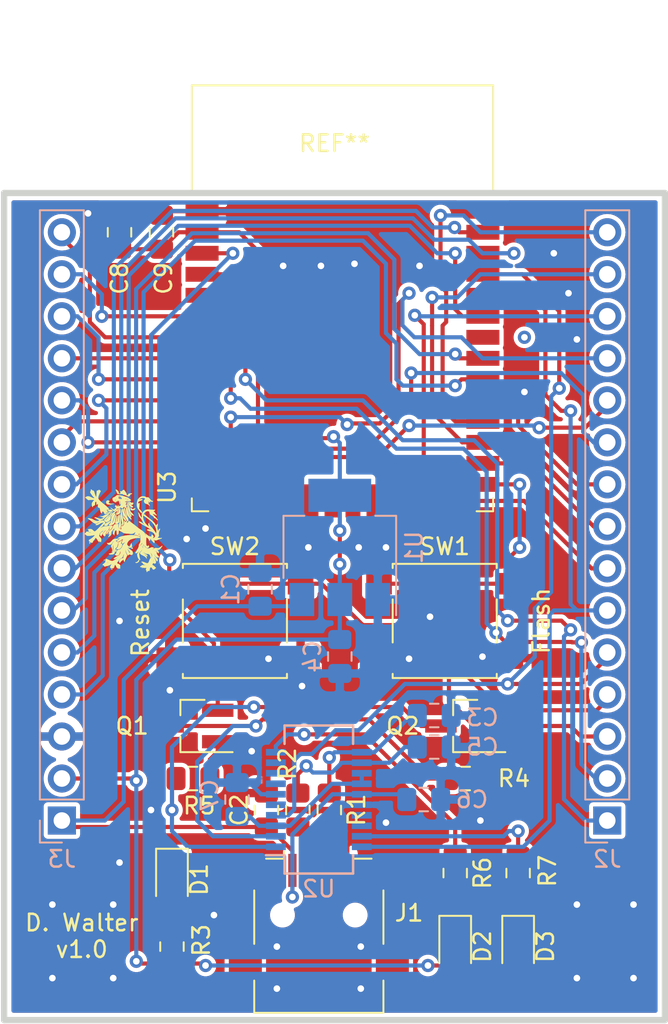
<source format=kicad_pcb>
(kicad_pcb (version 20171130) (host pcbnew "(5.1.0)-1")
  (layers (0 F.Cu signal) (31 B.Cu signal) (34 B.Paste user) (35 F.Paste user) (36 B.SilkS user) (37 F.SilkS user) (38 B.Mask user) (39 F.Mask user) (44 Edge.Cuts user))
  (net 0 "")
  (net 1 GND)
  (net 2 +5V)
  (net 3 "Net-(C3-Pad1)")
  (net 4 +3V3)
  (net 5 "Net-(C5-Pad1)")
  (net 6 "Net-(C7-Pad1)")
  (net 7 "Net-(D1-Pad2)")
  (net 8 "Net-(D2-Pad1)")
  (net 9 "Net-(D3-Pad1)")
  (net 10 "Net-(J1-Pad6)")
  (net 11 "Net-(J1-Pad3)")
  (net 12 "Net-(J1-Pad2)")
  (net 13 "Net-(J2-Pad15)")
  (net 14 "Net-(J2-Pad14)")
  (net 15 "Net-(J2-Pad13)")
  (net 16 "Net-(J2-Pad12)")
  (net 17 "Net-(J2-Pad11)")
  (net 18 "Net-(J2-Pad10)")
  (net 19 "Net-(J2-Pad9)")
  (net 20 "Net-(J2-Pad8)")
  (net 21 "Net-(J2-Pad7)")
  (net 22 "Net-(J2-Pad6)")
  (net 23 "Net-(J2-Pad5)")
  (net 24 "Net-(J2-Pad4)")
  (net 25 "Net-(J2-Pad3)")
  (net 26 "Net-(J2-Pad2)")
  (net 27 "Net-(J2-Pad1)")
  (net 28 "Net-(J3-Pad15)")
  (net 29 "Net-(J3-Pad14)")
  (net 30 "Net-(J3-Pad13)")
  (net 31 "Net-(J3-Pad12)")
  (net 32 "Net-(J3-Pad11)")
  (net 33 "Net-(J3-Pad10)")
  (net 34 "Net-(J3-Pad9)")
  (net 35 "Net-(J3-Pad8)")
  (net 36 "Net-(J3-Pad7)")
  (net 37 "Net-(J3-Pad6)")
  (net 38 "Net-(J3-Pad5)")
  (net 39 "Net-(J3-Pad4)")
  (net 40 "Net-(Q1-Pad1)")
  (net 41 "Net-(Q1-Pad3)")
  (net 42 "Net-(Q2-Pad1)")
  (net 43 "Net-(Q2-Pad3)")
  (net 44 "Net-(R6-Pad2)")
  (net 45 "Net-(R7-Pad2)")
  (net 46 "Net-(U2-Pad18)")
  (net 47 "Net-(U2-Pad17)")
  (net 48 "Net-(U2-Pad9)")
  (net 49 "Net-(U2-Pad8)")
  (net 50 "Net-(U2-Pad7)")
  (net 51 "Net-(U2-Pad5)")
  (net 52 "Net-(U3-Pad32)")
  (net 53 "Net-(U3-Pad22)")
  (net 54 "Net-(U3-Pad21)")
  (net 55 "Net-(U3-Pad20)")
  (net 56 "Net-(U3-Pad19)")
  (net 57 "Net-(U3-Pad18)")
  (net 58 "Net-(U3-Pad17)")
  (module Loewe:Loewe_Klein (layer F.Cu) (at 135.509 104.394)
    (fp_text reference G*** hide)
    (fp_text value LOGO hide)
  )
  (module EuroBoard_Outline:EuroBoard_achtel_Type-I_40mmX50mm (layer F.Cu) (at 128.27 133.985)
    (fp_text reference REF** (at 19.99996 -52.99964) (layer F.SilkS))
    (fp_text value EuroBoard_achtel_Type-I_40mmX50mm)
    (fp_line (start 0 -49.9999) (end 0 0) (layer Edge.Cuts) (width 0.381))
    (fp_line (start 39.99992 -49.9999) (end 0 -49.9999) (layer Edge.Cuts) (width 0.381))
    (fp_line (start 39.99992 0) (end 39.99992 -49.9999) (layer Edge.Cuts) (width 0.381))
    (fp_line (start 0 0) (end 39.99992 0) (layer Edge.Cuts) (width 0.381))
  )
  (module Package_TO_SOT_SMD:SOT-23_Handsoldering (layer F.Cu) (at 156.21 116.205 180)
    (fp_text reference Q2 (at 3.81 0 180) (layer F.SilkS))
    (fp_text value Q_NPN_BCE)
    (pad 3 smd rect (at 1.5 0 180) (size 1.9 0.8) (layers F.Cu F.Paste F.Mask) (net 43 "Net-(Q2-Pad3)"))
    (pad 2 smd rect (at -1.5 0.95 180) (size 1.9 0.8) (layers F.Cu F.Paste F.Mask) (net 24 "Net-(J2-Pad4)"))
    (pad 1 smd rect (at -1.5 -0.95 180) (size 1.9 0.8) (layers F.Cu F.Paste F.Mask) (net 42 "Net-(Q2-Pad1)"))
  )
  (module Package_TO_SOT_SMD:SOT-23_Handsoldering (layer F.Cu) (at 139.7 116.205 180)
    (fp_text reference Q1 (at 3.683 0 180) (layer F.SilkS))
    (fp_text value Q_NPN_BCE)
    (pad 3 smd rect (at 1.5 0 180) (size 1.9 0.8) (layers F.Cu F.Paste F.Mask) (net 41 "Net-(Q1-Pad3)"))
    (pad 2 smd rect (at -1.5 0.95 180) (size 1.9 0.8) (layers F.Cu F.Paste F.Mask) (net 25 "Net-(J2-Pad3)"))
    (pad 1 smd rect (at -1.5 -0.95 180) (size 1.9 0.8) (layers F.Cu F.Paste F.Mask) (net 40 "Net-(Q1-Pad1)"))
  )
  (module RF_Module:ESP32-WROOM-32 (layer F.Cu) (at 148.752 93.345)
    (fp_text reference U3 (at -10.61 8.43 90) (layer F.SilkS))
    (fp_text value ESP32-WROOM-32D)
    (pad 38 smd rect (at 8.5 -8.255) (size 2 0.9) (layers F.Cu F.Paste F.Mask) (net 1 GND))
    (pad 37 smd rect (at 8.5 -6.985) (size 2 0.9) (layers F.Cu F.Paste F.Mask) (net 35 "Net-(J3-Pad8)"))
    (pad 36 smd rect (at 8.5 -5.715) (size 2 0.9) (layers F.Cu F.Paste F.Mask) (net 36 "Net-(J3-Pad7)"))
    (pad 35 smd rect (at 8.5 -4.445) (size 2 0.9) (layers F.Cu F.Paste F.Mask) (net 23 "Net-(J2-Pad5)"))
    (pad 34 smd rect (at 8.5 -3.175) (size 2 0.9) (layers F.Cu F.Paste F.Mask) (net 22 "Net-(J2-Pad6)"))
    (pad 33 smd rect (at 8.5 -1.905) (size 2 0.9) (layers F.Cu F.Paste F.Mask) (net 37 "Net-(J3-Pad6)"))
    (pad 32 smd rect (at 8.5 -0.635) (size 2 0.9) (layers F.Cu F.Paste F.Mask) (net 52 "Net-(U3-Pad32)"))
    (pad 31 smd rect (at 8.5 0.635) (size 2 0.9) (layers F.Cu F.Paste F.Mask) (net 38 "Net-(J3-Pad5)"))
    (pad 30 smd rect (at 8.5 1.905) (size 2 0.9) (layers F.Cu F.Paste F.Mask) (net 39 "Net-(J3-Pad4)"))
    (pad 29 smd rect (at 8.5 3.175) (size 2 0.9) (layers F.Cu F.Paste F.Mask) (net 19 "Net-(J2-Pad9)"))
    (pad 28 smd rect (at 8.5 4.445) (size 2 0.9) (layers F.Cu F.Paste F.Mask) (net 13 "Net-(J2-Pad15)"))
    (pad 27 smd rect (at 8.5 5.715) (size 2 0.9) (layers F.Cu F.Paste F.Mask) (net 14 "Net-(J2-Pad14)"))
    (pad 26 smd rect (at 8.5 6.985) (size 2 0.9) (layers F.Cu F.Paste F.Mask) (net 20 "Net-(J2-Pad8)"))
    (pad 25 smd rect (at 8.5 8.255) (size 2 0.9) (layers F.Cu F.Paste F.Mask) (net 24 "Net-(J2-Pad4)"))
    (pad 24 smd rect (at 5.715 9.255 90) (size 2 0.9) (layers F.Cu F.Paste F.Mask) (net 21 "Net-(J2-Pad7)"))
    (pad 23 smd rect (at 4.445 9.255 90) (size 2 0.9) (layers F.Cu F.Paste F.Mask) (net 15 "Net-(J2-Pad13)"))
    (pad 22 smd rect (at 3.175 9.255 90) (size 2 0.9) (layers F.Cu F.Paste F.Mask) (net 53 "Net-(U3-Pad22)"))
    (pad 21 smd rect (at 1.905 9.255 90) (size 2 0.9) (layers F.Cu F.Paste F.Mask) (net 54 "Net-(U3-Pad21)"))
    (pad 20 smd rect (at 0.635 9.255 90) (size 2 0.9) (layers F.Cu F.Paste F.Mask) (net 55 "Net-(U3-Pad20)"))
    (pad 19 smd rect (at -0.635 9.255 90) (size 2 0.9) (layers F.Cu F.Paste F.Mask) (net 56 "Net-(U3-Pad19)"))
    (pad 18 smd rect (at -1.905 9.255 90) (size 2 0.9) (layers F.Cu F.Paste F.Mask) (net 57 "Net-(U3-Pad18)"))
    (pad 17 smd rect (at -3.175 9.255 90) (size 2 0.9) (layers F.Cu F.Paste F.Mask) (net 58 "Net-(U3-Pad17)"))
    (pad 16 smd rect (at -4.445 9.255 90) (size 2 0.9) (layers F.Cu F.Paste F.Mask) (net 17 "Net-(J2-Pad11)"))
    (pad 15 smd rect (at -5.715 9.255 90) (size 2 0.9) (layers F.Cu F.Paste F.Mask) (net 1 GND))
    (pad 14 smd rect (at -8.5 8.255) (size 2 0.9) (layers F.Cu F.Paste F.Mask) (net 18 "Net-(J2-Pad10)"))
    (pad 13 smd rect (at -8.5 6.985) (size 2 0.9) (layers F.Cu F.Paste F.Mask) (net 16 "Net-(J2-Pad12)"))
    (pad 12 smd rect (at -8.5 5.715) (size 2 0.9) (layers F.Cu F.Paste F.Mask) (net 32 "Net-(J3-Pad11)"))
    (pad 11 smd rect (at -8.5 4.445) (size 2 0.9) (layers F.Cu F.Paste F.Mask) (net 33 "Net-(J3-Pad10)"))
    (pad 10 smd rect (at -8.5 3.175) (size 2 0.9) (layers F.Cu F.Paste F.Mask) (net 34 "Net-(J3-Pad9)"))
    (pad 9 smd rect (at -8.5 1.905) (size 2 0.9) (layers F.Cu F.Paste F.Mask) (net 30 "Net-(J3-Pad13)"))
    (pad 8 smd rect (at -8.5 0.635) (size 2 0.9) (layers F.Cu F.Paste F.Mask) (net 31 "Net-(J3-Pad12)"))
    (pad 7 smd rect (at -8.5 -0.635) (size 2 0.9) (layers F.Cu F.Paste F.Mask) (net 28 "Net-(J3-Pad15)"))
    (pad 6 smd rect (at -8.5 -1.905) (size 2 0.9) (layers F.Cu F.Paste F.Mask) (net 29 "Net-(J3-Pad14)"))
    (pad 5 smd rect (at -8.5 -3.175) (size 2 0.9) (layers F.Cu F.Paste F.Mask) (net 26 "Net-(J2-Pad2)"))
    (pad 4 smd rect (at -8.5 -4.445) (size 2 0.9) (layers F.Cu F.Paste F.Mask) (net 27 "Net-(J2-Pad1)"))
    (pad 3 smd rect (at -8.5 -5.715) (size 2 0.9) (layers F.Cu F.Paste F.Mask) (net 25 "Net-(J2-Pad3)"))
    (pad 2 smd rect (at -8.5 -6.985) (size 2 0.9) (layers F.Cu F.Paste F.Mask) (net 4 +3V3))
    (pad 1 smd rect (at -8.5 -8.255) (size 2 0.9) (layers F.Cu F.Paste F.Mask) (net 1 GND))
    (pad 39 smd rect (at -1 -0.755) (size 5 5) (layers F.Cu F.Paste F.Mask))
  )
  (module Package_SO:SSOP-20_3.9x8.7mm_P0.635mm (layer B.Cu) (at 147.32 120.65)
    (fp_text reference U2 (at 0 5.4) (layer B.SilkS) (effects (justify mirror)))
    (fp_text value FT231XS)
    (pad 20 smd rect (at 2.6 2.8575) (size 1.2 0.4) (layers B.Cu B.Paste B.Mask) (net 22 "Net-(J2-Pad6)"))
    (pad 19 smd rect (at 2.6 2.2225) (size 1.2 0.4) (layers B.Cu B.Paste B.Mask) (net 45 "Net-(R7-Pad2)"))
    (pad 18 smd rect (at 2.6 1.5875) (size 1.2 0.4) (layers B.Cu B.Paste B.Mask) (net 46 "Net-(U2-Pad18)"))
    (pad 17 smd rect (at 2.6 0.9525) (size 1.2 0.4) (layers B.Cu B.Paste B.Mask) (net 47 "Net-(U2-Pad17)"))
    (pad 16 smd rect (at 2.6 0.3175) (size 1.2 0.4) (layers B.Cu B.Paste B.Mask) (net 1 GND))
    (pad 15 smd rect (at 2.6 -0.3175) (size 1.2 0.4) (layers B.Cu B.Paste B.Mask) (net 2 +5V))
    (pad 14 smd rect (at 2.6 -0.9525) (size 1.2 0.4) (layers B.Cu B.Paste B.Mask) (net 6 "Net-(C7-Pad1)"))
    (pad 13 smd rect (at 2.6 -1.5875) (size 1.2 0.4) (layers B.Cu B.Paste B.Mask) (net 6 "Net-(C7-Pad1)"))
    (pad 12 smd rect (at 2.6 -2.2225) (size 1.2 0.4) (layers B.Cu B.Paste B.Mask) (net 5 "Net-(C5-Pad1)"))
    (pad 11 smd rect (at 2.6 -2.8575) (size 1.2 0.4) (layers B.Cu B.Paste B.Mask) (net 3 "Net-(C3-Pad1)"))
    (pad 10 smd rect (at -2.6 -2.8575) (size 1.2 0.4) (layers B.Cu B.Paste B.Mask) (net 44 "Net-(R6-Pad2)"))
    (pad 9 smd rect (at -2.6 -2.2225) (size 1.2 0.4) (layers B.Cu B.Paste B.Mask) (net 48 "Net-(U2-Pad9)"))
    (pad 8 smd rect (at -2.6 -1.5875) (size 1.2 0.4) (layers B.Cu B.Paste B.Mask) (net 49 "Net-(U2-Pad8)"))
    (pad 7 smd rect (at -2.6 -0.9525) (size 1.2 0.4) (layers B.Cu B.Paste B.Mask) (net 50 "Net-(U2-Pad7)"))
    (pad 6 smd rect (at -2.6 -0.3175) (size 1.2 0.4) (layers B.Cu B.Paste B.Mask) (net 1 GND))
    (pad 5 smd rect (at -2.6 0.3175) (size 1.2 0.4) (layers B.Cu B.Paste B.Mask) (net 51 "Net-(U2-Pad5)"))
    (pad 4 smd rect (at -2.6 0.9525) (size 1.2 0.4) (layers B.Cu B.Paste B.Mask) (net 23 "Net-(J2-Pad5)"))
    (pad 3 smd rect (at -2.6 1.5875) (size 1.2 0.4) (layers B.Cu B.Paste B.Mask) (net 6 "Net-(C7-Pad1)"))
    (pad 2 smd rect (at -2.6 2.2225) (size 1.2 0.4) (layers B.Cu B.Paste B.Mask) (net 41 "Net-(Q1-Pad3)"))
    (pad 1 smd rect (at -2.6 2.8575) (size 1.2 0.4) (layers B.Cu B.Paste B.Mask) (net 43 "Net-(Q2-Pad3)"))
  )
  (module Package_TO_SOT_SMD:SOT-223-3_TabPin2 (layer B.Cu) (at 148.59 105.41 90)
    (fp_text reference U1 (at 0 4.5 90) (layer B.SilkS) (effects (justify mirror)))
    (fp_text value NCP1117-3.3_SOT223)
    (pad 1 smd rect (at -3.15 2.3 90) (size 2 1.5) (layers B.Cu B.Paste B.Mask) (net 1 GND))
    (pad 3 smd rect (at -3.15 -2.3 90) (size 2 1.5) (layers B.Cu B.Paste B.Mask) (net 2 +5V))
    (pad 2 smd rect (at -3.15 0 90) (size 2 1.5) (layers B.Cu B.Paste B.Mask) (net 4 +3V3))
    (pad 2 smd rect (at 3.15 0 90) (size 2 3.8) (layers B.Cu B.Paste B.Mask) (net 4 +3V3))
  )
  (module Button_Switch_SMD:SW_SPST_B3S-1000 (layer F.Cu) (at 142.24 109.855)
    (fp_text reference SW2 (at 0 -4.5) (layer F.SilkS))
    (fp_text value SW_Push)
    (pad 2 smd rect (at 3.975 2.25) (size 1.55 1.3) (layers F.Cu F.Paste F.Mask) (net 1 GND))
    (pad 2 smd rect (at -3.975 2.25) (size 1.55 1.3) (layers F.Cu F.Paste F.Mask) (net 1 GND))
    (pad 1 smd rect (at 3.975 -2.25) (size 1.55 1.3) (layers F.Cu F.Paste F.Mask) (net 25 "Net-(J2-Pad3)"))
    (pad 1 smd rect (at -3.975 -2.25) (size 1.55 1.3) (layers F.Cu F.Paste F.Mask) (net 25 "Net-(J2-Pad3)"))
  )
  (module Button_Switch_SMD:SW_SPST_B3S-1000 (layer F.Cu) (at 154.94 109.855)
    (fp_text reference SW1 (at 0 -4.5) (layer F.SilkS))
    (fp_text value SW_Push)
    (pad 2 smd rect (at 3.975 2.25) (size 1.55 1.3) (layers F.Cu F.Paste F.Mask) (net 1 GND))
    (pad 2 smd rect (at -3.975 2.25) (size 1.55 1.3) (layers F.Cu F.Paste F.Mask) (net 1 GND))
    (pad 1 smd rect (at 3.975 -2.25) (size 1.55 1.3) (layers F.Cu F.Paste F.Mask) (net 24 "Net-(J2-Pad4)"))
    (pad 1 smd rect (at -3.975 -2.25) (size 1.55 1.3) (layers F.Cu F.Paste F.Mask) (net 24 "Net-(J2-Pad4)"))
  )
  (module Resistor_SMD:R_0805_2012Metric_Pad1.15x1.40mm_HandSolder (layer F.Cu) (at 159.385 125.095 90)
    (fp_text reference R7 (at 0.127 1.778 90) (layer F.SilkS))
    (fp_text value R)
    (pad 2 smd roundrect (at 1.025 0 90) (size 1.15 1.4) (layers F.Cu F.Paste F.Mask) (roundrect_rratio 0.217391) (net 45 "Net-(R7-Pad2)"))
    (pad 1 smd roundrect (at -1.025 0 90) (size 1.15 1.4) (layers F.Cu F.Paste F.Mask) (roundrect_rratio 0.217391) (net 9 "Net-(D3-Pad1)"))
  )
  (module Resistor_SMD:R_0805_2012Metric_Pad1.15x1.40mm_HandSolder (layer F.Cu) (at 155.575 125.095 90)
    (fp_text reference R6 (at 0 1.651 90) (layer F.SilkS))
    (fp_text value R)
    (pad 2 smd roundrect (at 1.025 0 90) (size 1.15 1.4) (layers F.Cu F.Paste F.Mask) (roundrect_rratio 0.217391) (net 44 "Net-(R6-Pad2)"))
    (pad 1 smd roundrect (at -1.025 0 90) (size 1.15 1.4) (layers F.Cu F.Paste F.Mask) (roundrect_rratio 0.217391) (net 8 "Net-(D2-Pad1)"))
  )
  (module Resistor_SMD:R_0805_2012Metric_Pad1.15x1.40mm_HandSolder (layer F.Cu) (at 139.7 119.38 180)
    (fp_text reference R5 (at -0.381 -1.65 180) (layer F.SilkS))
    (fp_text value R)
    (pad 2 smd roundrect (at 1.025 0 180) (size 1.15 1.4) (layers F.Cu F.Paste F.Mask) (roundrect_rratio 0.217391) (net 43 "Net-(Q2-Pad3)"))
    (pad 1 smd roundrect (at -1.025 0 180) (size 1.15 1.4) (layers F.Cu F.Paste F.Mask) (roundrect_rratio 0.217391) (net 40 "Net-(Q1-Pad1)"))
  )
  (module Resistor_SMD:R_0805_2012Metric_Pad1.15x1.40mm_HandSolder (layer F.Cu) (at 156.21 119.38 180)
    (fp_text reference R4 (at -2.921 0 180) (layer F.SilkS))
    (fp_text value R)
    (pad 2 smd roundrect (at 1.025 0 180) (size 1.15 1.4) (layers F.Cu F.Paste F.Mask) (roundrect_rratio 0.217391) (net 41 "Net-(Q1-Pad3)"))
    (pad 1 smd roundrect (at -1.025 0 180) (size 1.15 1.4) (layers F.Cu F.Paste F.Mask) (roundrect_rratio 0.217391) (net 42 "Net-(Q2-Pad1)"))
  )
  (module Resistor_SMD:R_0805_2012Metric_Pad1.15x1.40mm_HandSolder (layer F.Cu) (at 138.43 129.54 270)
    (fp_text reference R3 (at -0.381 -1.778 270) (layer F.SilkS))
    (fp_text value R)
    (pad 2 smd roundrect (at 1.025 0 270) (size 1.15 1.4) (layers F.Cu F.Paste F.Mask) (roundrect_rratio 0.217391) (net 4 +3V3))
    (pad 1 smd roundrect (at -1.025 0 270) (size 1.15 1.4) (layers F.Cu F.Paste F.Mask) (roundrect_rratio 0.217391) (net 7 "Net-(D1-Pad2)"))
  )
  (module Resistor_SMD:R_0805_2012Metric_Pad1.15x1.40mm_HandSolder (layer F.Cu) (at 146.05 121.285 270)
    (fp_text reference R2 (at -2.794 0.635 270) (layer F.SilkS))
    (fp_text value R)
    (pad 2 smd roundrect (at 1.025 0 270) (size 1.15 1.4) (layers F.Cu F.Paste F.Mask) (roundrect_rratio 0.217391) (net 12 "Net-(J1-Pad2)"))
    (pad 1 smd roundrect (at -1.025 0 270) (size 1.15 1.4) (layers F.Cu F.Paste F.Mask) (roundrect_rratio 0.217391) (net 5 "Net-(C5-Pad1)"))
  )
  (module Resistor_SMD:R_0805_2012Metric_Pad1.15x1.40mm_HandSolder (layer F.Cu) (at 147.955 121.285 270)
    (fp_text reference R1 (at 0 -1.65 270) (layer F.SilkS))
    (fp_text value R)
    (pad 2 smd roundrect (at 1.025 0 270) (size 1.15 1.4) (layers F.Cu F.Paste F.Mask) (roundrect_rratio 0.217391) (net 11 "Net-(J1-Pad3)"))
    (pad 1 smd roundrect (at -1.025 0 270) (size 1.15 1.4) (layers F.Cu F.Paste F.Mask) (roundrect_rratio 0.217391) (net 3 "Net-(C3-Pad1)"))
  )
  (module Connector_PinHeader_2.54mm:PinHeader_1x15_P2.54mm_Vertical (layer B.Cu) (at 131.765 121.92)
    (fp_text reference J3 (at 0 2.33) (layer B.SilkS) (effects (justify mirror)))
    (fp_text value Conn_01x15)
    (pad 15 thru_hole oval (at 0 -35.56) (size 1.7 1.7) (drill 1) (layers *.Cu *.Mask) (net 28 "Net-(J3-Pad15)"))
    (pad 14 thru_hole oval (at 0 -33.02) (size 1.7 1.7) (drill 1) (layers *.Cu *.Mask) (net 29 "Net-(J3-Pad14)"))
    (pad 13 thru_hole oval (at 0 -30.48) (size 1.7 1.7) (drill 1) (layers *.Cu *.Mask) (net 30 "Net-(J3-Pad13)"))
    (pad 12 thru_hole oval (at 0 -27.94) (size 1.7 1.7) (drill 1) (layers *.Cu *.Mask) (net 31 "Net-(J3-Pad12)"))
    (pad 11 thru_hole oval (at 0 -25.4) (size 1.7 1.7) (drill 1) (layers *.Cu *.Mask) (net 32 "Net-(J3-Pad11)"))
    (pad 10 thru_hole oval (at 0 -22.86) (size 1.7 1.7) (drill 1) (layers *.Cu *.Mask) (net 33 "Net-(J3-Pad10)"))
    (pad 9 thru_hole oval (at 0 -20.32) (size 1.7 1.7) (drill 1) (layers *.Cu *.Mask) (net 34 "Net-(J3-Pad9)"))
    (pad 8 thru_hole oval (at 0 -17.78) (size 1.7 1.7) (drill 1) (layers *.Cu *.Mask) (net 35 "Net-(J3-Pad8)"))
    (pad 7 thru_hole oval (at 0 -15.24) (size 1.7 1.7) (drill 1) (layers *.Cu *.Mask) (net 36 "Net-(J3-Pad7)"))
    (pad 6 thru_hole oval (at 0 -12.7) (size 1.7 1.7) (drill 1) (layers *.Cu *.Mask) (net 37 "Net-(J3-Pad6)"))
    (pad 5 thru_hole oval (at 0 -10.16) (size 1.7 1.7) (drill 1) (layers *.Cu *.Mask) (net 38 "Net-(J3-Pad5)"))
    (pad 4 thru_hole oval (at 0 -7.62) (size 1.7 1.7) (drill 1) (layers *.Cu *.Mask) (net 39 "Net-(J3-Pad4)"))
    (pad 3 thru_hole oval (at 0 -5.08) (size 1.7 1.7) (drill 1) (layers *.Cu *.Mask) (net 1 GND))
    (pad 2 thru_hole oval (at 0 -2.54) (size 1.7 1.7) (drill 1) (layers *.Cu *.Mask) (net 4 +3V3))
    (pad 1 thru_hole rect (at 0 0) (size 1.7 1.7) (drill 1) (layers *.Cu *.Mask) (net 2 +5V))
  )
  (module Connector_PinHeader_2.54mm:PinHeader_1x15_P2.54mm_Vertical (layer B.Cu) (at 164.78 121.92)
    (fp_text reference J2 (at 0 2.33) (layer B.SilkS) (effects (justify mirror)))
    (fp_text value Conn_01x15)
    (pad 15 thru_hole oval (at 0 -35.56) (size 1.7 1.7) (drill 1) (layers *.Cu *.Mask) (net 13 "Net-(J2-Pad15)"))
    (pad 14 thru_hole oval (at 0 -33.02) (size 1.7 1.7) (drill 1) (layers *.Cu *.Mask) (net 14 "Net-(J2-Pad14)"))
    (pad 13 thru_hole oval (at 0 -30.48) (size 1.7 1.7) (drill 1) (layers *.Cu *.Mask) (net 15 "Net-(J2-Pad13)"))
    (pad 12 thru_hole oval (at 0 -27.94) (size 1.7 1.7) (drill 1) (layers *.Cu *.Mask) (net 16 "Net-(J2-Pad12)"))
    (pad 11 thru_hole oval (at 0 -25.4) (size 1.7 1.7) (drill 1) (layers *.Cu *.Mask) (net 17 "Net-(J2-Pad11)"))
    (pad 10 thru_hole oval (at 0 -22.86) (size 1.7 1.7) (drill 1) (layers *.Cu *.Mask) (net 18 "Net-(J2-Pad10)"))
    (pad 9 thru_hole oval (at 0 -20.32) (size 1.7 1.7) (drill 1) (layers *.Cu *.Mask) (net 19 "Net-(J2-Pad9)"))
    (pad 8 thru_hole oval (at 0 -17.78) (size 1.7 1.7) (drill 1) (layers *.Cu *.Mask) (net 20 "Net-(J2-Pad8)"))
    (pad 7 thru_hole oval (at 0 -15.24) (size 1.7 1.7) (drill 1) (layers *.Cu *.Mask) (net 21 "Net-(J2-Pad7)"))
    (pad 6 thru_hole oval (at 0 -12.7) (size 1.7 1.7) (drill 1) (layers *.Cu *.Mask) (net 22 "Net-(J2-Pad6)"))
    (pad 5 thru_hole oval (at 0 -10.16) (size 1.7 1.7) (drill 1) (layers *.Cu *.Mask) (net 23 "Net-(J2-Pad5)"))
    (pad 4 thru_hole oval (at 0 -7.62) (size 1.7 1.7) (drill 1) (layers *.Cu *.Mask) (net 24 "Net-(J2-Pad4)"))
    (pad 3 thru_hole oval (at 0 -5.08) (size 1.7 1.7) (drill 1) (layers *.Cu *.Mask) (net 25 "Net-(J2-Pad3)"))
    (pad 2 thru_hole oval (at 0 -2.54) (size 1.7 1.7) (drill 1) (layers *.Cu *.Mask) (net 26 "Net-(J2-Pad2)"))
    (pad 1 thru_hole rect (at 0 0) (size 1.7 1.7) (drill 1) (layers *.Cu *.Mask) (net 27 "Net-(J2-Pad1)"))
  )
  (module Connector_USB:USB_Mini-B_Lumberg_2486_01_Horizontal (layer F.Cu) (at 147.32 127.635)
    (fp_text reference J1 (at 5.461 -0.127) (layer F.SilkS))
    (fp_text value USB_B_Mini)
    (pad "" np_thru_hole circle (at 2.2 0) (size 1 1) (drill 1) (layers *.Cu *.Mask))
    (pad "" np_thru_hole circle (at -2.2 0) (size 1 1) (drill 1) (layers *.Cu *.Mask))
    (pad 6 smd rect (at 4.45 2.85) (size 2 1.7) (layers F.Cu F.Paste F.Mask) (net 10 "Net-(J1-Pad6)"))
    (pad 6 smd rect (at 4.45 -2.6) (size 2 1.7) (layers F.Cu F.Paste F.Mask) (net 10 "Net-(J1-Pad6)"))
    (pad 6 smd rect (at -4.45 2.85) (size 2 1.7) (layers F.Cu F.Paste F.Mask) (net 10 "Net-(J1-Pad6)"))
    (pad 6 smd rect (at -4.45 -2.6) (size 2 1.7) (layers F.Cu F.Paste F.Mask) (net 10 "Net-(J1-Pad6)"))
    (pad 5 smd rect (at 1.6 -2.7) (size 0.5 2) (layers F.Cu F.Paste F.Mask) (net 1 GND))
    (pad 4 smd rect (at 0.8 -2.7) (size 0.5 2) (layers F.Cu F.Paste F.Mask) (net 1 GND))
    (pad 3 smd rect (at 0 -2.7) (size 0.5 2) (layers F.Cu F.Paste F.Mask) (net 11 "Net-(J1-Pad3)"))
    (pad 2 smd rect (at -0.8 -2.7) (size 0.5 2) (layers F.Cu F.Paste F.Mask) (net 12 "Net-(J1-Pad2)"))
    (pad 1 smd rect (at -1.6 -2.7) (size 0.5 2) (layers F.Cu F.Paste F.Mask) (net 2 +5V))
  )
  (module LED_SMD:LED_0805_2012Metric_Pad1.15x1.40mm_HandSolder (layer F.Cu) (at 159.385 129.54 270)
    (fp_text reference D3 (at 0 -1.65 270) (layer F.SilkS))
    (fp_text value LED)
    (pad 2 smd roundrect (at 1.025 0 270) (size 1.15 1.4) (layers F.Cu F.Paste F.Mask) (roundrect_rratio 0.217391) (net 4 +3V3))
    (pad 1 smd roundrect (at -1.025 0 270) (size 1.15 1.4) (layers F.Cu F.Paste F.Mask) (roundrect_rratio 0.217391) (net 9 "Net-(D3-Pad1)"))
  )
  (module LED_SMD:LED_0805_2012Metric_Pad1.15x1.40mm_HandSolder (layer F.Cu) (at 155.575 129.54 270)
    (fp_text reference D2 (at 0 -1.65 270) (layer F.SilkS))
    (fp_text value LED)
    (pad 2 smd roundrect (at 1.025 0 270) (size 1.15 1.4) (layers F.Cu F.Paste F.Mask) (roundrect_rratio 0.217391) (net 4 +3V3))
    (pad 1 smd roundrect (at -1.025 0 270) (size 1.15 1.4) (layers F.Cu F.Paste F.Mask) (roundrect_rratio 0.217391) (net 8 "Net-(D2-Pad1)"))
  )
  (module LED_SMD:LED_0805_2012Metric_Pad1.15x1.40mm_HandSolder (layer F.Cu) (at 138.43 125.485 270)
    (fp_text reference D1 (at 0 -1.65 270) (layer F.SilkS))
    (fp_text value LED)
    (pad 2 smd roundrect (at 1.025 0 270) (size 1.15 1.4) (layers F.Cu F.Paste F.Mask) (roundrect_rratio 0.217391) (net 7 "Net-(D1-Pad2)"))
    (pad 1 smd roundrect (at -1.025 0 270) (size 1.15 1.4) (layers F.Cu F.Paste F.Mask) (roundrect_rratio 0.217391) (net 1 GND))
  )
  (module Capacitor_SMD:C_0805_2012Metric_Pad1.15x1.40mm_HandSolder (layer F.Cu) (at 137.795 86.36 90)
    (fp_text reference C9 (at -2.794 0.127 90) (layer F.SilkS))
    (fp_text value C)
    (pad 2 smd roundrect (at 1.025 0 90) (size 1.15 1.4) (layers F.Cu F.Paste F.Mask) (roundrect_rratio 0.217391) (net 1 GND))
    (pad 1 smd roundrect (at -1.025 0 90) (size 1.15 1.4) (layers F.Cu F.Paste F.Mask) (roundrect_rratio 0.217391) (net 4 +3V3))
  )
  (module Capacitor_SMD:C_0805_2012Metric_Pad1.15x1.40mm_HandSolder (layer F.Cu) (at 135.255 86.36 90)
    (fp_text reference C8 (at -2.794 0 90) (layer F.SilkS))
    (fp_text value C)
    (pad 2 smd roundrect (at 1.025 0 90) (size 1.15 1.4) (layers F.Cu F.Paste F.Mask) (roundrect_rratio 0.217391) (net 1 GND))
    (pad 1 smd roundrect (at -1.025 0 90) (size 1.15 1.4) (layers F.Cu F.Paste F.Mask) (roundrect_rratio 0.217391) (net 4 +3V3))
  )
  (module Capacitor_SMD:C_0805_2012Metric_Pad1.15x1.40mm_HandSolder (layer B.Cu) (at 142.367 120.65 90)
    (fp_text reference C7 (at 0.254 -1.651 90) (layer B.SilkS) (effects (justify mirror)))
    (fp_text value C)
    (pad 2 smd roundrect (at 1.025 0 90) (size 1.15 1.4) (layers B.Cu B.Paste B.Mask) (roundrect_rratio 0.217391) (net 1 GND))
    (pad 1 smd roundrect (at -1.025 0 90) (size 1.15 1.4) (layers B.Cu B.Paste B.Mask) (roundrect_rratio 0.217391) (net 6 "Net-(C7-Pad1)"))
  )
  (module Capacitor_SMD:C_0805_2012Metric_Pad1.15x1.40mm_HandSolder (layer B.Cu) (at 153.67 120.65)
    (fp_text reference C6 (at 2.921 0) (layer B.SilkS) (effects (justify mirror)))
    (fp_text value C)
    (pad 2 smd roundrect (at 1.025 0) (size 1.15 1.4) (layers B.Cu B.Paste B.Mask) (roundrect_rratio 0.217391) (net 1 GND))
    (pad 1 smd roundrect (at -1.025 0) (size 1.15 1.4) (layers B.Cu B.Paste B.Mask) (roundrect_rratio 0.217391) (net 2 +5V))
  )
  (module Capacitor_SMD:C_0805_2012Metric_Pad1.15x1.40mm_HandSolder (layer B.Cu) (at 154.305 117.475)
    (fp_text reference C5 (at 2.921 0) (layer B.SilkS) (effects (justify mirror)))
    (fp_text value C)
    (pad 2 smd roundrect (at 1.025 0) (size 1.15 1.4) (layers B.Cu B.Paste B.Mask) (roundrect_rratio 0.217391) (net 1 GND))
    (pad 1 smd roundrect (at -1.025 0) (size 1.15 1.4) (layers B.Cu B.Paste B.Mask) (roundrect_rratio 0.217391) (net 5 "Net-(C5-Pad1)"))
  )
  (module Capacitor_SMD:C_0805_2012Metric_Pad1.15x1.40mm_HandSolder (layer B.Cu) (at 148.59 112.005 270)
    (fp_text reference C4 (at 0 1.65 270) (layer B.SilkS) (effects (justify mirror)))
    (fp_text value C)
    (pad 2 smd roundrect (at 1.025 0 270) (size 1.15 1.4) (layers B.Cu B.Paste B.Mask) (roundrect_rratio 0.217391) (net 1 GND))
    (pad 1 smd roundrect (at -1.025 0 270) (size 1.15 1.4) (layers B.Cu B.Paste B.Mask) (roundrect_rratio 0.217391) (net 4 +3V3))
  )
  (module Capacitor_SMD:C_0805_2012Metric_Pad1.15x1.40mm_HandSolder (layer B.Cu) (at 154.305 115.57)
    (fp_text reference C3 (at 2.921 0.127) (layer B.SilkS) (effects (justify mirror)))
    (fp_text value C)
    (pad 2 smd roundrect (at 1.025 0) (size 1.15 1.4) (layers B.Cu B.Paste B.Mask) (roundrect_rratio 0.217391) (net 1 GND))
    (pad 1 smd roundrect (at -1.025 0) (size 1.15 1.4) (layers B.Cu B.Paste B.Mask) (roundrect_rratio 0.217391) (net 3 "Net-(C3-Pad1)"))
  )
  (module Capacitor_SMD:C_0805_2012Metric_Pad1.15x1.40mm_HandSolder (layer F.Cu) (at 144.145 121.285 90)
    (fp_text reference C2 (at 0 -1.65 90) (layer F.SilkS))
    (fp_text value C)
    (pad 2 smd roundrect (at 1.025 0 90) (size 1.15 1.4) (layers F.Cu F.Paste F.Mask) (roundrect_rratio 0.217391) (net 1 GND))
    (pad 1 smd roundrect (at -1.025 0 90) (size 1.15 1.4) (layers F.Cu F.Paste F.Mask) (roundrect_rratio 0.217391) (net 2 +5V))
  )
  (module Capacitor_SMD:C_0805_2012Metric_Pad1.15x1.40mm_HandSolder (layer B.Cu) (at 143.764 107.941 90)
    (fp_text reference C1 (at 0 -1.778 90) (layer B.SilkS) (effects (justify mirror)))
    (fp_text value C)
    (pad 2 smd roundrect (at 1.025 0 90) (size 1.15 1.4) (layers B.Cu B.Paste B.Mask) (roundrect_rratio 0.217391) (net 1 GND))
    (pad 1 smd roundrect (at -1.025 0 90) (size 1.15 1.4) (layers B.Cu B.Paste B.Mask) (roundrect_rratio 0.217391) (net 2 +5V))
  )
  (gr_text Reset (at 136.525 109.982 90) (layer F.SilkS) (effects (font (size 1 1))))
  (gr_text Flash (at 160.782 109.855 90) (layer F.SilkS) (effects (font (size 1 1))))
  (gr_text "D. Walter\nv1.0" (at 132.969 128.905) (layer F.SilkS) (effects (font (size 1 1))))
  (via (at 159.766 92.71) (size 0.8) (drill 0.4) (layers F.Cu B.Cu) (net 0))
  (via (at 146.685 105.41) (size 0.8) (drill 0.4) (layers F.Cu B.Cu) (net 1))
  (via (at 135.255 124.46) (size 0.8) (drill 0.4) (layers F.Cu B.Cu) (net 1))
  (via (at 137.16 121.285) (size 0.8) (drill 0.4) (layers F.Cu B.Cu) (net 1))
  (via (at 140.97 127.635) (size 0.8) (drill 0.4) (layers F.Cu B.Cu) (net 1))
  (via (at 144.78 132.08) (size 0.8) (drill 0.4) (layers F.Cu B.Cu) (net 1))
  (via (at 149.86 132.08) (size 0.8) (drill 0.4) (layers F.Cu B.Cu) (net 1))
  (via (at 144.78 129.54) (size 0.8) (drill 0.4) (layers F.Cu B.Cu) (net 1))
  (via (at 149.86 129.54) (size 0.8) (drill 0.4) (layers F.Cu B.Cu) (net 1))
  (segment (start 138.04 85.09) (end 137.795 85.335) (width 0.25) (layer F.Cu) (net 1))
  (segment (start 140.252 85.09) (end 138.04 85.09) (width 0.25) (layer F.Cu) (net 1))
  (segment (start 136.995 85.335) (end 135.255 85.335) (width 0.25) (layer F.Cu) (net 1))
  (segment (start 137.795 85.335) (end 136.995 85.335) (width 0.25) (layer F.Cu) (net 1))
  (segment (start 148.12 124.935) (end 148.92 124.935) (width 0.25) (layer F.Cu) (net 1))
  (segment (start 143.12 119.625) (end 142.367 119.625) (width 0.25) (layer B.Cu) (net 1))
  (segment (start 144.72 120.3325) (end 143.8275 120.3325) (width 0.25) (layer B.Cu) (net 1))
  (segment (start 143.8275 120.3325) (end 143.12 119.625) (width 0.25) (layer B.Cu) (net 1))
  (segment (start 150.77 120.9675) (end 151.383986 121.581486) (width 0.25) (layer B.Cu) (net 1))
  (segment (start 149.92 120.9675) (end 150.77 120.9675) (width 0.25) (layer B.Cu) (net 1))
  (segment (start 151.383986 121.581486) (end 151.383986 122.047) (width 0.25) (layer B.Cu) (net 1))
  (via (at 151.383986 122.047) (size 0.8) (drill 0.4) (layers F.Cu B.Cu) (net 1))
  (segment (start 148.12 126.185) (end 147.828 126.477) (width 0.25) (layer F.Cu) (net 1))
  (segment (start 148.12 124.935) (end 148.12 126.185) (width 0.25) (layer F.Cu) (net 1))
  (segment (start 147.828 127.508) (end 149.86 129.54) (width 0.25) (layer F.Cu) (net 1))
  (segment (start 147.828 126.477) (end 147.828 127.508) (width 0.25) (layer F.Cu) (net 1))
  (segment (start 150.818301 122.047) (end 151.383986 122.047) (width 0.25) (layer F.Cu) (net 1))
  (segment (start 149.86 122.047) (end 150.818301 122.047) (width 0.25) (layer F.Cu) (net 1))
  (segment (start 148.12 124.935) (end 148.12 123.787) (width 0.25) (layer F.Cu) (net 1))
  (segment (start 148.12 123.787) (end 149.86 122.047) (width 0.25) (layer F.Cu) (net 1))
  (via (at 157.226 112.014) (size 0.8) (drill 0.4) (layers F.Cu B.Cu) (net 1))
  (via (at 145.161 88.392) (size 0.8) (drill 0.4) (layers F.Cu B.Cu) (net 1))
  (via (at 149.479 88.265) (size 0.8) (drill 0.4) (layers F.Cu B.Cu) (net 1))
  (via (at 147.447 88.392) (size 0.8) (drill 0.4) (layers F.Cu B.Cu) (net 1))
  (via (at 153.416 88.392) (size 0.8) (drill 0.4) (layers F.Cu B.Cu) (net 1))
  (via (at 161.544 87.63) (size 0.8) (drill 0.4) (layers F.Cu B.Cu) (net 1))
  (via (at 162.433 90.043) (size 0.8) (drill 0.4) (layers F.Cu B.Cu) (net 1))
  (via (at 162.941 92.837) (size 0.8) (drill 0.4) (layers F.Cu B.Cu) (net 1))
  (via (at 159.766 96.012) (size 0.8) (drill 0.4) (layers F.Cu B.Cu) (net 1))
  (via (at 152.781 112.141) (size 0.8) (drill 0.4) (layers F.Cu B.Cu) (net 1))
  (via (at 144.272 112.141) (size 0.8) (drill 0.4) (layers F.Cu B.Cu) (net 1))
  (via (at 138.303 114.046) (size 0.8) (drill 0.4) (layers F.Cu B.Cu) (net 1))
  (via (at 139.319 104.902) (size 0.8) (drill 0.4) (layers F.Cu B.Cu) (net 1))
  (via (at 140.462 104.267) (size 0.8) (drill 0.4) (layers F.Cu B.Cu) (net 1))
  (via (at 166.37 127) (size 0.8) (drill 0.4) (layers F.Cu B.Cu) (net 1))
  (via (at 162.941 127) (size 0.8) (drill 0.4) (layers F.Cu B.Cu) (net 1))
  (via (at 131.191 127) (size 0.8) (drill 0.4) (layers F.Cu B.Cu) (net 1))
  (via (at 134.874 127) (size 0.8) (drill 0.4) (layers F.Cu B.Cu) (net 1))
  (via (at 143.256 117.729) (size 0.8) (drill 0.4) (layers F.Cu B.Cu) (net 1))
  (via (at 146.304 113.792) (size 0.8) (drill 0.4) (layers F.Cu B.Cu) (net 1))
  (via (at 151.384 105.410002) (size 0.8) (drill 0.4) (layers F.Cu B.Cu) (net 1))
  (via (at 149.733 105.41) (size 0.8) (drill 0.4) (layers F.Cu B.Cu) (net 1))
  (via (at 154.051 109.601) (size 0.8) (drill 0.4) (layers F.Cu B.Cu) (net 1))
  (via (at 133.35 85.217) (size 0.8) (drill 0.4) (layers F.Cu B.Cu) (net 1))
  (via (at 157.099 121.92) (size 0.8) (drill 0.4) (layers F.Cu B.Cu) (net 1))
  (via (at 131.191 131.445) (size 0.8) (drill 0.4) (layers F.Cu B.Cu) (net 1))
  (via (at 134.874 131.445) (size 0.8) (drill 0.4) (layers F.Cu B.Cu) (net 1))
  (via (at 162.941 131.445) (size 0.8) (drill 0.4) (layers F.Cu B.Cu) (net 1))
  (via (at 166.37 131.445) (size 0.8) (drill 0.4) (layers F.Cu B.Cu) (net 1))
  (via (at 135.255 109.855) (size 0.8) (drill 0.4) (layers F.Cu B.Cu) (net 1))
  (segment (start 131.835 122.31) (end 131.445 121.92) (width 0.25) (layer F.Cu) (net 2))
  (segment (start 144.145 122.31) (end 131.835 122.31) (width 0.25) (layer F.Cu) (net 2))
  (segment (start 152.3275 120.3325) (end 152.645 120.65) (width 0.25) (layer B.Cu) (net 2))
  (segment (start 149.92 120.3325) (end 152.3275 120.3325) (width 0.25) (layer B.Cu) (net 2))
  (segment (start 145.884 108.966) (end 146.29 108.56) (width 0.25) (layer B.Cu) (net 2))
  (segment (start 143.764 108.966) (end 145.884 108.966) (width 0.25) (layer B.Cu) (net 2))
  (segment (start 139.954 108.966) (end 143.764 108.966) (width 0.25) (layer B.Cu) (net 2))
  (segment (start 135.509 113.411) (end 139.954 108.966) (width 0.25) (layer B.Cu) (net 2))
  (segment (start 135.509 120.777) (end 135.509 113.411) (width 0.25) (layer B.Cu) (net 2))
  (segment (start 131.445 121.92) (end 134.366 121.92) (width 0.25) (layer B.Cu) (net 2))
  (segment (start 134.366 121.92) (end 135.509 120.777) (width 0.25) (layer B.Cu) (net 2))
  (via (at 145.72 126.543006) (size 0.8) (drill 0.4) (layers F.Cu B.Cu) (net 2))
  (segment (start 145.72 124.935) (end 145.72 126.543006) (width 0.25) (layer F.Cu) (net 2))
  (segment (start 145.72 125.977321) (end 145.72 126.543006) (width 0.25) (layer B.Cu) (net 2))
  (segment (start 145.72 122.758) (end 145.72 125.977321) (width 0.25) (layer B.Cu) (net 2))
  (segment (start 149.92 120.3325) (end 148.1455 120.3325) (width 0.25) (layer B.Cu) (net 2))
  (segment (start 148.1455 120.3325) (end 145.72 122.758) (width 0.25) (layer B.Cu) (net 2))
  (segment (start 144.281 122.31) (end 144.145 122.31) (width 0.25) (layer F.Cu) (net 2))
  (segment (start 145.72 124.935) (end 145.72 123.749) (width 0.25) (layer F.Cu) (net 2))
  (segment (start 145.72 123.749) (end 144.281 122.31) (width 0.25) (layer F.Cu) (net 2))
  (segment (start 148.2725 117.7925) (end 147.955 118.11) (width 0.25) (layer B.Cu) (net 3))
  (segment (start 149.92 117.7925) (end 148.2725 117.7925) (width 0.25) (layer B.Cu) (net 3))
  (via (at 147.955 118.11) (size 0.8) (drill 0.4) (layers F.Cu B.Cu) (net 3))
  (segment (start 147.955 118.11) (end 147.955 120.26) (width 0.25) (layer F.Cu) (net 3))
  (segment (start 152.908 115.57) (end 153.28 115.57) (width 0.25) (layer B.Cu) (net 3))
  (segment (start 149.92 117.7925) (end 150.6855 117.7925) (width 0.25) (layer B.Cu) (net 3))
  (segment (start 150.6855 117.7925) (end 152.908 115.57) (width 0.25) (layer B.Cu) (net 3))
  (segment (start 159.385 130.565) (end 155.575 130.565) (width 0.25) (layer F.Cu) (net 4))
  (segment (start 135.255 87.385) (end 137.795 87.385) (width 0.25) (layer F.Cu) (net 4))
  (segment (start 138.82 86.36) (end 137.795 87.385) (width 0.25) (layer F.Cu) (net 4))
  (segment (start 140.252 86.36) (end 138.82 86.36) (width 0.25) (layer F.Cu) (net 4))
  (segment (start 148.59 110.98) (end 148.59 108.56) (width 0.25) (layer B.Cu) (net 4))
  (via (at 153.924 130.683) (size 0.8) (drill 0.4) (layers F.Cu B.Cu) (net 4))
  (segment (start 155.457 130.683) (end 155.575 130.565) (width 0.25) (layer F.Cu) (net 4))
  (segment (start 153.924 130.683) (end 155.457 130.683) (width 0.25) (layer F.Cu) (net 4))
  (segment (start 148.59 99.09699) (end 148.209 98.71599) (width 0.25) (layer B.Cu) (net 4))
  (segment (start 148.59 102.26) (end 148.59 99.09699) (width 0.25) (layer B.Cu) (net 4))
  (via (at 148.209 98.71599) (size 0.8) (drill 0.4) (layers F.Cu B.Cu) (net 4))
  (segment (start 131.445 119.38) (end 136.144 119.38) (width 0.25) (layer F.Cu) (net 4))
  (segment (start 136.144 119.38) (end 136.271 119.507) (width 0.25) (layer F.Cu) (net 4))
  (via (at 136.271 119.507) (size 0.8) (drill 0.4) (layers F.Cu B.Cu) (net 4))
  (segment (start 136.271 113.411) (end 136.271 119.507) (width 0.25) (layer B.Cu) (net 4))
  (segment (start 148.59 110.98) (end 138.702 110.98) (width 0.25) (layer B.Cu) (net 4))
  (segment (start 138.702 110.98) (end 136.271 113.411) (width 0.25) (layer B.Cu) (net 4))
  (via (at 136.271 130.429) (size 0.8) (drill 0.4) (layers F.Cu B.Cu) (net 4))
  (segment (start 136.271 119.507) (end 136.271 130.429) (width 0.25) (layer B.Cu) (net 4))
  (segment (start 138.43 130.565) (end 136.407 130.565) (width 0.25) (layer F.Cu) (net 4))
  (segment (start 136.407 130.565) (end 136.271 130.429) (width 0.25) (layer F.Cu) (net 4))
  (via (at 140.462 130.682982) (size 0.8) (drill 0.4) (layers F.Cu B.Cu) (net 4))
  (segment (start 138.43 130.565) (end 140.344018 130.565) (width 0.25) (layer F.Cu) (net 4))
  (segment (start 140.344018 130.565) (end 140.462 130.682982) (width 0.25) (layer F.Cu) (net 4))
  (segment (start 140.462018 130.683) (end 140.462 130.682982) (width 0.25) (layer B.Cu) (net 4))
  (segment (start 153.924 130.683) (end 140.462018 130.683) (width 0.25) (layer B.Cu) (net 4))
  (segment (start 148.11899 98.806) (end 148.209 98.71599) (width 0.25) (layer F.Cu) (net 4))
  (segment (start 144.399 98.806) (end 148.11899 98.806) (width 0.25) (layer F.Cu) (net 4))
  (segment (start 143.637 98.044) (end 144.399 98.806) (width 0.25) (layer F.Cu) (net 4))
  (segment (start 143.637 87.503) (end 143.637 98.044) (width 0.25) (layer F.Cu) (net 4))
  (segment (start 140.252 86.36) (end 142.494 86.36) (width 0.25) (layer F.Cu) (net 4))
  (segment (start 142.494 86.36) (end 143.637 87.503) (width 0.25) (layer F.Cu) (net 4))
  (via (at 148.59 104.394) (size 0.8) (drill 0.4) (layers F.Cu B.Cu) (net 4))
  (segment (start 148.59 102.26) (end 148.59 104.394) (width 0.25) (layer B.Cu) (net 4))
  (via (at 148.59 106.425994) (size 0.8) (drill 0.4) (layers F.Cu B.Cu) (net 4))
  (segment (start 148.59 104.394) (end 148.59 106.425994) (width 0.25) (layer F.Cu) (net 4))
  (segment (start 148.59 108.56) (end 148.59 106.425994) (width 0.25) (layer B.Cu) (net 4))
  (segment (start 151.5745 118.4275) (end 149.92 118.4275) (width 0.25) (layer B.Cu) (net 5))
  (segment (start 153.28 117.475) (end 152.527 117.475) (width 0.25) (layer B.Cu) (net 5))
  (segment (start 152.527 117.475) (end 151.5745 118.4275) (width 0.25) (layer B.Cu) (net 5))
  (segment (start 146.05 120.26) (end 146.05 119.126) (width 0.25) (layer F.Cu) (net 5))
  (via (at 146.558 118.618) (size 0.8) (drill 0.4) (layers F.Cu B.Cu) (net 5))
  (segment (start 148.710504 118.4275) (end 148.120005 119.017999) (width 0.25) (layer B.Cu) (net 5))
  (segment (start 148.120005 119.017999) (end 146.957999 119.017999) (width 0.25) (layer B.Cu) (net 5))
  (segment (start 146.957999 119.017999) (end 146.558 118.618) (width 0.25) (layer B.Cu) (net 5))
  (segment (start 146.05 119.126) (end 146.158001 119.017999) (width 0.25) (layer F.Cu) (net 5))
  (segment (start 149.92 118.4275) (end 148.710504 118.4275) (width 0.25) (layer B.Cu) (net 5))
  (segment (start 146.158001 119.017999) (end 146.558 118.618) (width 0.25) (layer F.Cu) (net 5))
  (segment (start 149.07 119.6975) (end 149.92 119.6975) (width 0.25) (layer B.Cu) (net 6))
  (segment (start 148.11 119.6975) (end 149.07 119.6975) (width 0.25) (layer B.Cu) (net 6))
  (segment (start 144.72 122.2375) (end 145.57 122.2375) (width 0.25) (layer B.Cu) (net 6))
  (segment (start 145.57 122.2375) (end 148.11 119.6975) (width 0.25) (layer B.Cu) (net 6))
  (segment (start 149.92 119.0625) (end 149.92 119.6975) (width 0.25) (layer B.Cu) (net 6))
  (segment (start 143.138 121.675) (end 142.367 121.675) (width 0.25) (layer B.Cu) (net 6))
  (segment (start 144.72 122.2375) (end 143.7005 122.2375) (width 0.25) (layer B.Cu) (net 6))
  (segment (start 143.7005 122.2375) (end 143.138 121.675) (width 0.25) (layer B.Cu) (net 6))
  (segment (start 138.43 128.515) (end 138.43 126.51) (width 0.25) (layer F.Cu) (net 7))
  (segment (start 155.575 126.12) (end 155.575 128.515) (width 0.25) (layer F.Cu) (net 8))
  (segment (start 159.385 126.12) (end 159.385 128.515) (width 0.25) (layer F.Cu) (net 9))
  (segment (start 147.32 122.945) (end 147.955 122.31) (width 0.25) (layer F.Cu) (net 11))
  (segment (start 147.32 124.935) (end 147.32 122.945) (width 0.25) (layer F.Cu) (net 11))
  (segment (start 146.52 122.78) (end 146.05 122.31) (width 0.25) (layer F.Cu) (net 12))
  (segment (start 146.52 124.935) (end 146.52 122.78) (width 0.25) (layer F.Cu) (net 12))
  (via (at 154.686014 85.344) (size 0.8) (drill 0.4) (layers F.Cu B.Cu) (net 13))
  (segment (start 154.686014 85.909685) (end 154.686014 85.344) (width 0.25) (layer F.Cu) (net 13))
  (segment (start 154.686014 89.605012) (end 154.686014 85.909685) (width 0.25) (layer F.Cu) (net 13))
  (segment (start 157.252 97.79) (end 155.575 97.79) (width 0.25) (layer F.Cu) (net 13))
  (segment (start 155.575 97.79) (end 154.813 97.028) (width 0.25) (layer F.Cu) (net 13))
  (segment (start 154.813 92.001429) (end 155.030001 91.784428) (width 0.25) (layer F.Cu) (net 13))
  (segment (start 155.030001 91.784428) (end 155.030001 89.948999) (width 0.25) (layer F.Cu) (net 13))
  (segment (start 154.813 97.028) (end 154.813 92.001429) (width 0.25) (layer F.Cu) (net 13))
  (segment (start 155.030001 89.948999) (end 154.686014 89.605012) (width 0.25) (layer F.Cu) (net 13))
  (segment (start 156.083 85.344) (end 154.686014 85.344) (width 0.25) (layer B.Cu) (net 13))
  (segment (start 165.1 86.36) (end 157.099 86.36) (width 0.25) (layer B.Cu) (net 13))
  (segment (start 157.099 86.36) (end 156.083 85.344) (width 0.25) (layer B.Cu) (net 13))
  (via (at 154.178002 90.297) (size 0.8) (drill 0.4) (layers F.Cu B.Cu) (net 14))
  (segment (start 154.178002 90.862685) (end 154.178002 90.297) (width 0.25) (layer F.Cu) (net 14))
  (segment (start 154.178002 92.000016) (end 154.178002 90.862685) (width 0.25) (layer F.Cu) (net 14))
  (segment (start 154.178 92.000018) (end 154.178002 92.000016) (width 0.25) (layer F.Cu) (net 14))
  (segment (start 154.178 97.236) (end 154.178 92.000018) (width 0.25) (layer F.Cu) (net 14))
  (segment (start 157.252 99.06) (end 156.002 99.06) (width 0.25) (layer F.Cu) (net 14))
  (segment (start 156.002 99.06) (end 154.178 97.236) (width 0.25) (layer F.Cu) (net 14))
  (segment (start 154.743687 90.297) (end 154.178002 90.297) (width 0.25) (layer B.Cu) (net 14))
  (segment (start 155.702 90.297) (end 154.743687 90.297) (width 0.25) (layer B.Cu) (net 14))
  (segment (start 165.1 88.9) (end 157.099 88.9) (width 0.25) (layer B.Cu) (net 14))
  (segment (start 157.099 88.9) (end 155.702 90.297) (width 0.25) (layer B.Cu) (net 14))
  (segment (start 153.527318 91.778447) (end 153.127319 91.378448) (width 0.25) (layer F.Cu) (net 15))
  (segment (start 153.197 101.35) (end 153.67 100.877) (width 0.25) (layer F.Cu) (net 15))
  (segment (start 153.197 102.6) (end 153.197 101.35) (width 0.25) (layer F.Cu) (net 15))
  (segment (start 153.67 100.877) (end 153.67 91.921129) (width 0.25) (layer F.Cu) (net 15))
  (segment (start 153.188871 91.44) (end 153.127319 91.378448) (width 0.25) (layer B.Cu) (net 15))
  (segment (start 153.67 91.921129) (end 153.527318 91.778447) (width 0.25) (layer F.Cu) (net 15))
  (segment (start 165.1 91.44) (end 153.188871 91.44) (width 0.25) (layer B.Cu) (net 15))
  (via (at 153.127319 91.378448) (size 0.8) (drill 0.4) (layers F.Cu B.Cu) (net 15))
  (via (at 141.985996 97.536) (size 0.8) (drill 0.4) (layers F.Cu B.Cu) (net 16))
  (segment (start 141.502 100.33) (end 141.985996 99.846004) (width 0.25) (layer F.Cu) (net 16))
  (segment (start 141.985996 99.846004) (end 141.985996 98.101685) (width 0.25) (layer F.Cu) (net 16))
  (segment (start 140.252 100.33) (end 141.502 100.33) (width 0.25) (layer F.Cu) (net 16))
  (segment (start 141.985996 98.101685) (end 141.985996 97.536) (width 0.25) (layer F.Cu) (net 16))
  (via (at 152.781 90.043) (size 0.8) (drill 0.4) (layers F.Cu B.Cu) (net 16))
  (via (at 149.0345 97.9805) (size 0.8) (drill 0.4) (layers F.Cu B.Cu) (net 16))
  (segment (start 141.985996 97.536) (end 148.59 97.536) (width 0.25) (layer B.Cu) (net 16))
  (segment (start 148.59 97.536) (end 148.634501 97.580501) (width 0.25) (layer B.Cu) (net 16))
  (segment (start 148.634501 97.580501) (end 149.0345 97.9805) (width 0.25) (layer B.Cu) (net 16))
  (segment (start 152.381001 90.442999) (end 152.781 90.043) (width 0.25) (layer B.Cu) (net 16))
  (segment (start 152.381001 91.986684) (end 152.381001 90.442999) (width 0.25) (layer B.Cu) (net 16))
  (segment (start 153.104317 92.71) (end 152.381001 91.986684) (width 0.25) (layer B.Cu) (net 16))
  (segment (start 155.956 92.71) (end 153.104317 92.71) (width 0.25) (layer B.Cu) (net 16))
  (segment (start 165.1 93.98) (end 157.226 93.98) (width 0.25) (layer B.Cu) (net 16))
  (segment (start 157.226 93.98) (end 155.956 92.71) (width 0.25) (layer B.Cu) (net 16))
  (segment (start 149.098 97.917) (end 149.0345 97.9805) (width 0.25) (layer F.Cu) (net 16))
  (segment (start 151.003 97.917) (end 149.098 97.917) (width 0.25) (layer F.Cu) (net 16))
  (segment (start 152.146 96.774) (end 151.003 97.917) (width 0.25) (layer F.Cu) (net 16))
  (segment (start 152.781 90.043) (end 152.146 90.678) (width 0.25) (layer F.Cu) (net 16))
  (segment (start 152.146 90.678) (end 152.146 96.774) (width 0.25) (layer F.Cu) (net 16))
  (via (at 152.781 98.044004) (size 0.8) (drill 0.4) (layers F.Cu B.Cu) (net 17))
  (segment (start 152.381001 98.444003) (end 152.781 98.044004) (width 0.25) (layer F.Cu) (net 17))
  (segment (start 150.876004 99.949) (end 152.381001 98.444003) (width 0.25) (layer F.Cu) (net 17))
  (segment (start 145.288 99.949) (end 150.876004 99.949) (width 0.25) (layer F.Cu) (net 17))
  (segment (start 144.307 102.6) (end 144.307 100.93) (width 0.25) (layer F.Cu) (net 17))
  (segment (start 144.307 100.93) (end 145.288 99.949) (width 0.25) (layer F.Cu) (net 17))
  (via (at 160.655 98.171008) (size 0.8) (drill 0.4) (layers F.Cu B.Cu) (net 17))
  (segment (start 165.1 96.52) (end 163.448992 98.171008) (width 0.25) (layer F.Cu) (net 17))
  (segment (start 163.448992 98.171008) (end 161.220685 98.171008) (width 0.25) (layer F.Cu) (net 17))
  (segment (start 161.220685 98.171008) (end 160.655 98.171008) (width 0.25) (layer F.Cu) (net 17))
  (segment (start 152.781 98.044004) (end 160.527996 98.044004) (width 0.25) (layer B.Cu) (net 17))
  (segment (start 160.527996 98.044004) (end 160.655 98.171008) (width 0.25) (layer B.Cu) (net 17))
  (segment (start 140.252 101.6) (end 141.502 101.6) (width 0.25) (layer F.Cu) (net 18))
  (segment (start 141.502 101.6) (end 142.8235 100.2785) (width 0.25) (layer F.Cu) (net 18))
  (segment (start 142.8235 100.2785) (end 142.96501 100.13699) (width 0.25) (layer F.Cu) (net 18))
  (via (at 152.908 94.869) (size 0.8) (drill 0.4) (layers F.Cu B.Cu) (net 18))
  (segment (start 153.473685 94.869) (end 152.908 94.869) (width 0.25) (layer B.Cu) (net 18))
  (segment (start 161.983413 94.869) (end 153.473685 94.869) (width 0.25) (layer B.Cu) (net 18))
  (segment (start 163.322 96.207587) (end 161.983413 94.869) (width 0.25) (layer B.Cu) (net 18))
  (segment (start 163.322 98.425) (end 163.322 96.207587) (width 0.25) (layer B.Cu) (net 18))
  (segment (start 165.1 99.06) (end 163.957 99.06) (width 0.25) (layer B.Cu) (net 18))
  (segment (start 163.957 99.06) (end 163.322 98.425) (width 0.25) (layer B.Cu) (net 18))
  (segment (start 152.908 95.434685) (end 152.908 94.869) (width 0.25) (layer F.Cu) (net 18))
  (segment (start 152.908 96.774) (end 152.908 95.434685) (width 0.25) (layer F.Cu) (net 18))
  (segment (start 150.241 99.441) (end 152.908 96.774) (width 0.25) (layer F.Cu) (net 18))
  (segment (start 142.8235 100.2785) (end 143.661 99.441) (width 0.25) (layer F.Cu) (net 18))
  (segment (start 143.661 99.441) (end 150.241 99.441) (width 0.25) (layer F.Cu) (net 18))
  (segment (start 158.75 96.52) (end 157.252 96.52) (width 0.25) (layer F.Cu) (net 19))
  (segment (start 159.385 97.155) (end 158.75 96.52) (width 0.25) (layer F.Cu) (net 19))
  (segment (start 159.385 98.044) (end 159.385 97.155) (width 0.25) (layer F.Cu) (net 19))
  (segment (start 165.1 101.6) (end 162.941 101.6) (width 0.25) (layer F.Cu) (net 19))
  (segment (start 162.941 101.6) (end 159.385 98.044) (width 0.25) (layer F.Cu) (net 19))
  (segment (start 160.147 100.33) (end 157.252 100.33) (width 0.25) (layer F.Cu) (net 20))
  (segment (start 165.1 104.14) (end 163.957 104.14) (width 0.25) (layer F.Cu) (net 20))
  (segment (start 163.957 104.14) (end 160.147 100.33) (width 0.25) (layer F.Cu) (net 20))
  (segment (start 159.75 102.6) (end 154.467 102.6) (width 0.25) (layer F.Cu) (net 21))
  (segment (start 165.1 106.68) (end 163.83 106.68) (width 0.25) (layer F.Cu) (net 21))
  (segment (start 163.83 106.68) (end 159.75 102.6) (width 0.25) (layer F.Cu) (net 21))
  (via (at 162.56 97.155) (size 0.8) (drill 0.4) (layers F.Cu B.Cu) (net 22))
  (segment (start 161.29 109.474) (end 161.544 109.22) (width 0.25) (layer B.Cu) (net 22))
  (segment (start 161.29 121.92) (end 161.29 109.474) (width 0.25) (layer B.Cu) (net 22))
  (segment (start 159.7025 123.5075) (end 161.29 121.92) (width 0.25) (layer B.Cu) (net 22))
  (segment (start 149.92 123.5075) (end 159.7025 123.5075) (width 0.25) (layer B.Cu) (net 22))
  (segment (start 162.56 108.839) (end 162.941 109.22) (width 0.25) (layer B.Cu) (net 22))
  (segment (start 162.56 97.155) (end 162.56 108.839) (width 0.25) (layer B.Cu) (net 22))
  (segment (start 161.544 109.22) (end 162.941 109.22) (width 0.25) (layer B.Cu) (net 22))
  (segment (start 162.941 109.22) (end 165.1 109.22) (width 0.25) (layer B.Cu) (net 22))
  (segment (start 161.994315 97.155) (end 162.56 97.155) (width 0.25) (layer F.Cu) (net 22))
  (segment (start 161.036 96.196685) (end 161.994315 97.155) (width 0.25) (layer F.Cu) (net 22))
  (segment (start 161.036 91.059) (end 161.036 96.196685) (width 0.25) (layer F.Cu) (net 22))
  (segment (start 157.252 90.17) (end 160.147 90.17) (width 0.25) (layer F.Cu) (net 22))
  (segment (start 160.147 90.17) (end 161.036 91.059) (width 0.25) (layer F.Cu) (net 22))
  (via (at 158.75 113.665) (size 0.8) (drill 0.4) (layers F.Cu B.Cu) (net 23))
  (segment (start 159.315685 113.665) (end 158.75 113.665) (width 0.25) (layer F.Cu) (net 23))
  (segment (start 163.195 113.665) (end 159.315685 113.665) (width 0.25) (layer F.Cu) (net 23))
  (segment (start 165.1 111.76) (end 163.195 113.665) (width 0.25) (layer F.Cu) (net 23))
  (via (at 161.874183 95.7885) (size 0.8) (drill 0.4) (layers F.Cu B.Cu) (net 23))
  (segment (start 160.389979 112.025021) (end 160.389979 109.1012) (width 0.25) (layer B.Cu) (net 23))
  (segment (start 160.389979 109.1012) (end 161.384988 108.106191) (width 0.25) (layer B.Cu) (net 23))
  (segment (start 161.384988 96.277695) (end 161.474184 96.188499) (width 0.25) (layer B.Cu) (net 23))
  (segment (start 161.384988 108.106191) (end 161.384988 96.277695) (width 0.25) (layer B.Cu) (net 23))
  (segment (start 158.75 113.665) (end 160.389979 112.025021) (width 0.25) (layer B.Cu) (net 23))
  (segment (start 161.474184 96.188499) (end 161.874183 95.7885) (width 0.25) (layer B.Cu) (net 23))
  (segment (start 161.874183 95.222815) (end 161.874183 95.7885) (width 0.25) (layer F.Cu) (net 23))
  (segment (start 161.874183 91.135183) (end 161.874183 95.222815) (width 0.25) (layer F.Cu) (net 23))
  (segment (start 157.252 88.9) (end 159.639 88.9) (width 0.25) (layer F.Cu) (net 23))
  (segment (start 159.639 88.9) (end 161.874183 91.135183) (width 0.25) (layer F.Cu) (net 23))
  (segment (start 158.184315 113.665) (end 158.75 113.665) (width 0.25) (layer B.Cu) (net 23))
  (segment (start 152.527 113.665) (end 158.184315 113.665) (width 0.25) (layer B.Cu) (net 23))
  (segment (start 149.733 116.459) (end 152.527 113.665) (width 0.25) (layer B.Cu) (net 23))
  (segment (start 145.832998 121.239504) (end 145.832998 118.269998) (width 0.25) (layer B.Cu) (net 23))
  (segment (start 145.832998 118.269998) (end 146.209998 117.892998) (width 0.25) (layer B.Cu) (net 23))
  (segment (start 148.336 116.459) (end 149.733 116.459) (width 0.25) (layer B.Cu) (net 23))
  (segment (start 145.470002 121.6025) (end 145.832998 121.239504) (width 0.25) (layer B.Cu) (net 23))
  (segment (start 146.209998 117.892998) (end 146.902002 117.892998) (width 0.25) (layer B.Cu) (net 23))
  (segment (start 144.72 121.6025) (end 145.470002 121.6025) (width 0.25) (layer B.Cu) (net 23))
  (segment (start 146.902002 117.892998) (end 148.336 116.459) (width 0.25) (layer B.Cu) (net 23))
  (segment (start 157.802 101.6) (end 157.252 101.6) (width 0.25) (layer F.Cu) (net 24))
  (segment (start 164.250001 115.149999) (end 165.1 114.3) (width 0.25) (layer F.Cu) (net 24))
  (segment (start 164.145 115.255) (end 164.250001 115.149999) (width 0.25) (layer F.Cu) (net 24))
  (segment (start 157.71 115.255) (end 164.145 115.255) (width 0.25) (layer F.Cu) (net 24))
  (segment (start 159.075011 105.809999) (end 159.47501 105.41) (width 0.25) (layer F.Cu) (net 24))
  (segment (start 158.915 105.97001) (end 159.075011 105.809999) (width 0.25) (layer F.Cu) (net 24))
  (via (at 159.47501 105.41) (size 0.8) (drill 0.4) (layers F.Cu B.Cu) (net 24))
  (segment (start 158.915 107.605) (end 158.915 105.97001) (width 0.25) (layer F.Cu) (net 24))
  (segment (start 159.47501 105.41) (end 159.47501 104.844315) (width 0.25) (layer B.Cu) (net 24))
  (segment (start 159.47501 104.844315) (end 159.47501 101.6) (width 0.25) (layer B.Cu) (net 24))
  (segment (start 157.252 101.6) (end 159.47501 101.6) (width 0.25) (layer F.Cu) (net 24))
  (via (at 159.47501 101.6) (size 0.8) (drill 0.4) (layers F.Cu B.Cu) (net 24))
  (segment (start 158.915 107.605) (end 155.92 107.605) (width 0.25) (layer F.Cu) (net 24))
  (segment (start 155.92 107.605) (end 150.965 107.605) (width 0.25) (layer F.Cu) (net 24))
  (segment (start 155.793 107.605) (end 155.92 107.605) (width 0.25) (layer F.Cu) (net 24))
  (segment (start 155.194 108.204) (end 155.793 107.605) (width 0.25) (layer F.Cu) (net 24))
  (segment (start 155.194 112.089) (end 155.194 108.204) (width 0.25) (layer F.Cu) (net 24))
  (segment (start 157.71 115.255) (end 157.71 114.605) (width 0.25) (layer F.Cu) (net 24))
  (segment (start 157.71 114.605) (end 155.194 112.089) (width 0.25) (layer F.Cu) (net 24))
  (segment (start 141.2 114.605) (end 140.97 114.375) (width 0.25) (layer F.Cu) (net 25))
  (segment (start 141.2 115.255) (end 141.2 114.605) (width 0.25) (layer F.Cu) (net 25))
  (segment (start 138.265 108.505) (end 138.265 107.605) (width 0.25) (layer F.Cu) (net 25))
  (segment (start 140.97 114.375) (end 140.97 111.21) (width 0.25) (layer F.Cu) (net 25))
  (segment (start 140.97 111.21) (end 138.265 108.505) (width 0.25) (layer F.Cu) (net 25))
  (segment (start 138.265 107.605) (end 146.215 107.605) (width 0.25) (layer F.Cu) (net 25))
  (via (at 142.11298 87.63) (size 0.8) (drill 0.4) (layers F.Cu B.Cu) (net 25))
  (segment (start 140.252 87.63) (end 142.11298 87.63) (width 0.25) (layer F.Cu) (net 25))
  (via (at 138.303 106.172) (size 0.8) (drill 0.4) (layers F.Cu B.Cu) (net 25))
  (segment (start 138.265 107.605) (end 138.265 106.21) (width 0.25) (layer F.Cu) (net 25))
  (segment (start 138.265 106.21) (end 138.303 106.172) (width 0.25) (layer F.Cu) (net 25))
  (segment (start 137.16 105.029) (end 138.303 106.172) (width 0.25) (layer B.Cu) (net 25))
  (segment (start 142.11298 87.63) (end 137.16 92.58298) (width 0.25) (layer B.Cu) (net 25))
  (segment (start 137.16 92.58298) (end 137.16 105.029) (width 0.25) (layer B.Cu) (net 25))
  (segment (start 147.483 107.605) (end 147.24 107.605) (width 0.25) (layer F.Cu) (net 25))
  (segment (start 149.987 110.109) (end 147.483 107.605) (width 0.25) (layer F.Cu) (net 25))
  (segment (start 147.24 107.605) (end 146.215 107.605) (width 0.25) (layer F.Cu) (net 25))
  (segment (start 152.527 110.109) (end 149.987 110.109) (width 0.25) (layer F.Cu) (net 25))
  (segment (start 163.186996 116.84) (end 162.551996 116.205) (width 0.25) (layer F.Cu) (net 25))
  (segment (start 165.1 116.84) (end 163.186996 116.84) (width 0.25) (layer F.Cu) (net 25))
  (segment (start 162.551996 116.205) (end 156.724998 116.205) (width 0.25) (layer F.Cu) (net 25))
  (segment (start 156.724998 116.205) (end 155.194 114.674002) (width 0.25) (layer F.Cu) (net 25))
  (segment (start 155.194 114.674002) (end 155.194 112.776) (width 0.25) (layer F.Cu) (net 25))
  (segment (start 155.194 112.776) (end 152.527 110.109) (width 0.25) (layer F.Cu) (net 25))
  (via (at 158.042885 110.562115) (size 0.8) (drill 0.4) (layers F.Cu B.Cu) (net 26))
  (via (at 141.986 96.393) (size 0.8) (drill 0.4) (layers F.Cu B.Cu) (net 26))
  (segment (start 141.986 90.654) (end 141.986 95.827315) (width 0.25) (layer F.Cu) (net 26))
  (segment (start 141.986 95.827315) (end 141.986 96.393) (width 0.25) (layer F.Cu) (net 26))
  (segment (start 140.252 90.17) (end 141.502 90.17) (width 0.25) (layer F.Cu) (net 26))
  (segment (start 141.502 90.17) (end 141.986 90.654) (width 0.25) (layer F.Cu) (net 26))
  (segment (start 143.186685 97.028) (end 142.551685 96.393) (width 0.25) (layer B.Cu) (net 26))
  (segment (start 157.48 109.99923) (end 157.48 100.838) (width 0.25) (layer B.Cu) (net 26))
  (segment (start 142.551685 96.393) (end 141.986 96.393) (width 0.25) (layer B.Cu) (net 26))
  (segment (start 157.48 100.838) (end 156.083 99.441) (width 0.25) (layer B.Cu) (net 26))
  (segment (start 156.083 99.441) (end 152.019 99.441) (width 0.25) (layer B.Cu) (net 26))
  (segment (start 158.042885 110.562115) (end 157.48 109.99923) (width 0.25) (layer B.Cu) (net 26))
  (segment (start 152.019 99.441) (end 149.606 97.028) (width 0.25) (layer B.Cu) (net 26))
  (segment (start 149.606 97.028) (end 143.186685 97.028) (width 0.25) (layer B.Cu) (net 26))
  (via (at 163.216325 111.149514) (size 0.8) (drill 0.4) (layers F.Cu B.Cu) (net 26))
  (segment (start 158.60577 111.125) (end 162.626126 111.125) (width 0.25) (layer F.Cu) (net 26))
  (segment (start 162.65064 111.149514) (end 163.216325 111.149514) (width 0.25) (layer F.Cu) (net 26))
  (segment (start 158.042885 110.562115) (end 158.60577 111.125) (width 0.25) (layer F.Cu) (net 26))
  (segment (start 162.626126 111.125) (end 162.65064 111.149514) (width 0.25) (layer F.Cu) (net 26))
  (segment (start 163.216325 111.715199) (end 163.216325 111.149514) (width 0.25) (layer B.Cu) (net 26))
  (segment (start 163.216325 118.512325) (end 163.216325 111.715199) (width 0.25) (layer B.Cu) (net 26))
  (segment (start 165.1 119.38) (end 164.084 119.38) (width 0.25) (layer B.Cu) (net 26))
  (segment (start 164.084 119.38) (end 163.216325 118.512325) (width 0.25) (layer B.Cu) (net 26))
  (via (at 158.75 109.837105) (size 0.8) (drill 0.4) (layers F.Cu B.Cu) (net 27))
  (via (at 142.875 95.25) (size 0.8) (drill 0.4) (layers F.Cu B.Cu) (net 27))
  (segment (start 158.115 109.202105) (end 158.75 109.837105) (width 0.25) (layer B.Cu) (net 27))
  (segment (start 144.145 96.52) (end 149.987 96.52) (width 0.25) (layer B.Cu) (net 27))
  (segment (start 142.875 95.25) (end 144.145 96.52) (width 0.25) (layer B.Cu) (net 27))
  (segment (start 152.4 98.933) (end 156.718 98.933) (width 0.25) (layer B.Cu) (net 27))
  (segment (start 149.987 96.52) (end 152.4 98.933) (width 0.25) (layer B.Cu) (net 27))
  (segment (start 156.718 98.933) (end 158.115 100.33) (width 0.25) (layer B.Cu) (net 27))
  (segment (start 158.115 100.33) (end 158.115 109.202105) (width 0.25) (layer B.Cu) (net 27))
  (segment (start 162.002085 109.837105) (end 162.160001 109.995021) (width 0.25) (layer F.Cu) (net 27))
  (segment (start 158.75 109.837105) (end 162.002085 109.837105) (width 0.25) (layer F.Cu) (net 27))
  (segment (start 162.160001 109.995021) (end 162.56 110.39502) (width 0.25) (layer F.Cu) (net 27))
  (via (at 162.56 110.39502) (size 0.8) (drill 0.4) (layers F.Cu B.Cu) (net 27))
  (segment (start 162.160001 110.795019) (end 162.56 110.39502) (width 0.25) (layer B.Cu) (net 27))
  (segment (start 162.160001 120.631001) (end 162.160001 110.795019) (width 0.25) (layer B.Cu) (net 27))
  (segment (start 165.1 121.92) (end 163.449 121.92) (width 0.25) (layer B.Cu) (net 27))
  (segment (start 163.449 121.92) (end 162.160001 120.631001) (width 0.25) (layer B.Cu) (net 27))
  (segment (start 142.875 94.684315) (end 142.875 95.25) (width 0.25) (layer F.Cu) (net 27))
  (segment (start 142.875 89.408) (end 142.875 94.684315) (width 0.25) (layer F.Cu) (net 27))
  (segment (start 140.252 88.9) (end 142.367 88.9) (width 0.25) (layer F.Cu) (net 27))
  (segment (start 142.367 88.9) (end 142.875 89.408) (width 0.25) (layer F.Cu) (net 27))
  (segment (start 133.459933 88.374933) (end 133.459933 91.788002) (width 0.25) (layer F.Cu) (net 28))
  (segment (start 134.381931 92.71) (end 139.002 92.71) (width 0.25) (layer F.Cu) (net 28))
  (segment (start 139.002 92.71) (end 140.252 92.71) (width 0.25) (layer F.Cu) (net 28))
  (segment (start 133.459933 91.788002) (end 134.381931 92.71) (width 0.25) (layer F.Cu) (net 28))
  (segment (start 131.445 86.36) (end 133.459933 88.374933) (width 0.25) (layer F.Cu) (net 28))
  (via (at 134.184935 91.44) (size 0.8) (drill 0.4) (layers F.Cu B.Cu) (net 29))
  (segment (start 140.252 91.44) (end 134.184935 91.44) (width 0.25) (layer F.Cu) (net 29))
  (segment (start 134.184935 90.115935) (end 134.184935 91.44) (width 0.25) (layer B.Cu) (net 29))
  (segment (start 131.445 88.9) (end 132.969 88.9) (width 0.25) (layer B.Cu) (net 29))
  (segment (start 132.969 88.9) (end 134.184935 90.115935) (width 0.25) (layer B.Cu) (net 29))
  (via (at 133.985006 95.25) (size 0.8) (drill 0.4) (layers F.Cu B.Cu) (net 30))
  (segment (start 140.252 95.25) (end 133.985006 95.25) (width 0.25) (layer F.Cu) (net 30))
  (segment (start 133.985006 94.684315) (end 133.985006 95.25) (width 0.25) (layer B.Cu) (net 30))
  (segment (start 133.985006 92.710006) (end 133.985006 94.684315) (width 0.25) (layer B.Cu) (net 30))
  (segment (start 131.445 91.44) (end 132.715 91.44) (width 0.25) (layer B.Cu) (net 30))
  (segment (start 132.715 91.44) (end 133.985006 92.710006) (width 0.25) (layer B.Cu) (net 30))
  (segment (start 139.002 93.98) (end 131.445 93.98) (width 0.25) (layer F.Cu) (net 31))
  (segment (start 140.252 93.98) (end 139.002 93.98) (width 0.25) (layer F.Cu) (net 31))
  (segment (start 140.252 99.06) (end 133.349992 99.06) (width 0.25) (layer F.Cu) (net 32))
  (via (at 133.349992 99.06) (size 0.8) (drill 0.4) (layers F.Cu B.Cu) (net 32))
  (segment (start 133.349992 98.494315) (end 133.349992 99.06) (width 0.25) (layer B.Cu) (net 32))
  (segment (start 133.349992 97.027992) (end 133.349992 98.494315) (width 0.25) (layer B.Cu) (net 32))
  (segment (start 131.445 96.52) (end 132.842 96.52) (width 0.25) (layer B.Cu) (net 32))
  (segment (start 132.842 96.52) (end 133.349992 97.027992) (width 0.25) (layer B.Cu) (net 32))
  (segment (start 132.715 97.79) (end 132.294999 98.210001) (width 0.25) (layer F.Cu) (net 33))
  (segment (start 132.294999 98.210001) (end 131.445 99.06) (width 0.25) (layer F.Cu) (net 33))
  (segment (start 140.252 97.79) (end 132.715 97.79) (width 0.25) (layer F.Cu) (net 33))
  (via (at 133.985 96.52) (size 0.8) (drill 0.4) (layers F.Cu B.Cu) (net 34))
  (segment (start 140.252 96.52) (end 133.985 96.52) (width 0.25) (layer F.Cu) (net 34))
  (segment (start 132.647081 101.6) (end 134.459934 99.787147) (width 0.25) (layer B.Cu) (net 34))
  (segment (start 131.445 101.6) (end 132.647081 101.6) (width 0.25) (layer B.Cu) (net 34))
  (segment (start 134.459934 96.994934) (end 134.384999 96.919999) (width 0.25) (layer B.Cu) (net 34))
  (segment (start 134.459934 99.787147) (end 134.459934 96.994934) (width 0.25) (layer B.Cu) (net 34))
  (segment (start 134.384999 96.919999) (end 133.985 96.52) (width 0.25) (layer B.Cu) (net 34))
  (via (at 155.53801 86.06901) (size 0.8) (drill 0.4) (layers F.Cu B.Cu) (net 35))
  (segment (start 157.252 86.36) (end 155.829 86.36) (width 0.25) (layer F.Cu) (net 35))
  (segment (start 155.829 86.36) (end 155.53801 86.06901) (width 0.25) (layer F.Cu) (net 35))
  (segment (start 154.972325 86.06901) (end 155.53801 86.06901) (width 0.25) (layer B.Cu) (net 35))
  (segment (start 154.200834 86.06901) (end 154.972325 86.06901) (width 0.25) (layer B.Cu) (net 35))
  (segment (start 132.842 104.14) (end 134.909945 102.072055) (width 0.25) (layer B.Cu) (net 35))
  (segment (start 131.445 104.14) (end 132.842 104.14) (width 0.25) (layer B.Cu) (net 35))
  (segment (start 134.909945 102.072055) (end 134.909945 88.605822) (width 0.25) (layer B.Cu) (net 35))
  (segment (start 134.909945 88.605822) (end 138.447811 85.067956) (width 0.25) (layer B.Cu) (net 35))
  (segment (start 138.447811 85.067956) (end 153.19978 85.067956) (width 0.25) (layer B.Cu) (net 35))
  (segment (start 153.19978 85.067956) (end 154.200834 86.06901) (width 0.25) (layer B.Cu) (net 35))
  (via (at 159.131 87.63) (size 0.8) (drill 0.4) (layers F.Cu B.Cu) (net 36))
  (segment (start 157.252 87.63) (end 159.131 87.63) (width 0.25) (layer F.Cu) (net 36))
  (segment (start 157.226 87.63) (end 159.131 87.63) (width 0.25) (layer B.Cu) (net 36))
  (segment (start 154.305424 86.810011) (end 156.406011 86.810011) (width 0.25) (layer B.Cu) (net 36))
  (segment (start 156.406011 86.810011) (end 157.226 87.63) (width 0.25) (layer B.Cu) (net 36))
  (segment (start 132.588 106.68) (end 135.359956 103.908044) (width 0.25) (layer B.Cu) (net 36))
  (segment (start 135.359956 103.908044) (end 135.359956 88.792222) (width 0.25) (layer B.Cu) (net 36))
  (segment (start 135.359956 88.792222) (end 138.634211 85.517967) (width 0.25) (layer B.Cu) (net 36))
  (segment (start 138.634211 85.517967) (end 153.01338 85.517967) (width 0.25) (layer B.Cu) (net 36))
  (segment (start 131.445 106.68) (end 132.588 106.68) (width 0.25) (layer B.Cu) (net 36))
  (segment (start 153.01338 85.517967) (end 154.305424 86.810011) (width 0.25) (layer B.Cu) (net 36))
  (via (at 155.575004 87.63) (size 0.8) (drill 0.4) (layers F.Cu B.Cu) (net 37))
  (segment (start 157.252 91.44) (end 156.002 91.44) (width 0.25) (layer F.Cu) (net 37))
  (segment (start 155.575004 91.013004) (end 155.575004 88.195685) (width 0.25) (layer F.Cu) (net 37))
  (segment (start 156.002 91.44) (end 155.575004 91.013004) (width 0.25) (layer F.Cu) (net 37))
  (segment (start 155.575004 88.195685) (end 155.575004 87.63) (width 0.25) (layer F.Cu) (net 37))
  (segment (start 154.489002 87.63) (end 155.009319 87.63) (width 0.25) (layer B.Cu) (net 37))
  (segment (start 152.82698 85.967978) (end 154.489002 87.63) (width 0.25) (layer B.Cu) (net 37))
  (segment (start 132.461 109.22) (end 133.223 108.458) (width 0.25) (layer B.Cu) (net 37))
  (segment (start 131.445 109.22) (end 132.461 109.22) (width 0.25) (layer B.Cu) (net 37))
  (segment (start 155.009319 87.63) (end 155.575004 87.63) (width 0.25) (layer B.Cu) (net 37))
  (segment (start 138.820611 85.967978) (end 152.82698 85.967978) (width 0.25) (layer B.Cu) (net 37))
  (segment (start 133.223 106.730989) (end 135.809967 104.144022) (width 0.25) (layer B.Cu) (net 37))
  (segment (start 133.223 108.458) (end 133.223 106.730989) (width 0.25) (layer B.Cu) (net 37))
  (segment (start 135.809967 104.144022) (end 135.809967 88.978622) (width 0.25) (layer B.Cu) (net 37))
  (segment (start 135.809967 88.978622) (end 138.820611 85.967978) (width 0.25) (layer B.Cu) (net 37))
  (via (at 155.575 93.726) (size 0.8) (drill 0.4) (layers F.Cu B.Cu) (net 38))
  (segment (start 155.829 93.98) (end 155.575 93.726) (width 0.25) (layer F.Cu) (net 38))
  (segment (start 157.252 93.98) (end 155.829 93.98) (width 0.25) (layer F.Cu) (net 38))
  (segment (start 155.009315 93.726) (end 155.575 93.726) (width 0.25) (layer B.Cu) (net 38))
  (segment (start 153.416 93.726) (end 155.009315 93.726) (width 0.25) (layer B.Cu) (net 38))
  (segment (start 151.892 92.202) (end 153.416 93.726) (width 0.25) (layer B.Cu) (net 38))
  (segment (start 151.892 88.011) (end 151.892 92.202) (width 0.25) (layer B.Cu) (net 38))
  (segment (start 150.298989 86.417989) (end 151.892 88.011) (width 0.25) (layer B.Cu) (net 38))
  (segment (start 132.715 111.76) (end 133.731 110.744) (width 0.25) (layer B.Cu) (net 38))
  (segment (start 131.445 111.76) (end 132.715 111.76) (width 0.25) (layer B.Cu) (net 38))
  (segment (start 133.731 110.744) (end 133.731 106.93118) (width 0.25) (layer B.Cu) (net 38))
  (segment (start 133.731 106.93118) (end 136.259978 104.402202) (width 0.25) (layer B.Cu) (net 38))
  (segment (start 139.6406 86.417989) (end 150.298989 86.417989) (width 0.25) (layer B.Cu) (net 38))
  (segment (start 136.259978 104.402202) (end 136.259978 89.798611) (width 0.25) (layer B.Cu) (net 38))
  (segment (start 136.259978 89.798611) (end 139.6406 86.417989) (width 0.25) (layer B.Cu) (net 38))
  (via (at 155.575 95.631) (size 0.8) (drill 0.4) (layers F.Cu B.Cu) (net 39))
  (segment (start 155.956 95.25) (end 155.575 95.631) (width 0.25) (layer F.Cu) (net 39))
  (segment (start 157.252 95.25) (end 155.956 95.25) (width 0.25) (layer F.Cu) (net 39))
  (segment (start 152.019 95.25) (end 152.4 95.631) (width 0.25) (layer B.Cu) (net 39))
  (segment (start 151.384 92.456) (end 152.019 93.091) (width 0.25) (layer B.Cu) (net 39))
  (segment (start 151.384 88.265) (end 151.384 92.456) (width 0.25) (layer B.Cu) (net 39))
  (segment (start 149.987 86.868) (end 151.384 88.265) (width 0.25) (layer B.Cu) (net 39))
  (segment (start 139.827 86.868) (end 149.987 86.868) (width 0.25) (layer B.Cu) (net 39))
  (segment (start 152.019 93.091) (end 152.019 95.25) (width 0.25) (layer B.Cu) (net 39))
  (segment (start 133.096 114.3) (end 134.239 113.157) (width 0.25) (layer B.Cu) (net 39))
  (segment (start 131.445 114.3) (end 133.096 114.3) (width 0.25) (layer B.Cu) (net 39))
  (segment (start 134.239 113.157) (end 134.239 107.05959) (width 0.25) (layer B.Cu) (net 39))
  (segment (start 134.239 107.05959) (end 136.709989 104.588601) (width 0.25) (layer B.Cu) (net 39))
  (segment (start 136.709989 104.588601) (end 136.709989 89.985011) (width 0.25) (layer B.Cu) (net 39))
  (segment (start 152.4 95.631) (end 155.575 95.631) (width 0.25) (layer B.Cu) (net 39))
  (segment (start 136.709989 89.985011) (end 139.827 86.868) (width 0.25) (layer B.Cu) (net 39))
  (segment (start 141.2 117.753) (end 141.2 117.155) (width 0.25) (layer F.Cu) (net 40))
  (segment (start 140.725 119.38) (end 140.725 118.228) (width 0.25) (layer F.Cu) (net 40))
  (segment (start 140.725 118.228) (end 141.2 117.753) (width 0.25) (layer F.Cu) (net 40))
  (via (at 143.51 116.205) (size 0.8) (drill 0.4) (layers F.Cu B.Cu) (net 41))
  (segment (start 138.2 116.205) (end 143.51 116.205) (width 0.25) (layer F.Cu) (net 41))
  (segment (start 142.113 116.205) (end 143.51 116.205) (width 0.25) (layer B.Cu) (net 41))
  (segment (start 139.954 118.364) (end 142.113 116.205) (width 0.25) (layer B.Cu) (net 41))
  (segment (start 139.954 121.92) (end 139.954 118.364) (width 0.25) (layer B.Cu) (net 41))
  (segment (start 144.72 122.8725) (end 140.9065 122.8725) (width 0.25) (layer B.Cu) (net 41))
  (segment (start 140.9065 122.8725) (end 139.954 121.92) (width 0.25) (layer B.Cu) (net 41))
  (segment (start 143.909999 115.805001) (end 143.51 116.205) (width 0.25) (layer F.Cu) (net 41))
  (segment (start 150.349001 115.805001) (end 143.909999 115.805001) (width 0.25) (layer F.Cu) (net 41))
  (segment (start 155.185 119.38) (end 153.924 119.38) (width 0.25) (layer F.Cu) (net 41))
  (segment (start 153.924 119.38) (end 150.349001 115.805001) (width 0.25) (layer F.Cu) (net 41))
  (segment (start 157.71 118.905) (end 157.235 119.38) (width 0.25) (layer F.Cu) (net 42))
  (segment (start 157.71 117.155) (end 157.71 118.905) (width 0.25) (layer F.Cu) (net 42))
  (segment (start 144.72 123.5075) (end 139.3825 123.5075) (width 0.25) (layer B.Cu) (net 43))
  (via (at 138.43 121.285) (size 0.8) (drill 0.4) (layers F.Cu B.Cu) (net 43))
  (segment (start 139.3825 123.5075) (end 138.43 122.555) (width 0.25) (layer B.Cu) (net 43))
  (segment (start 138.43 122.555) (end 138.43 121.285) (width 0.25) (layer B.Cu) (net 43))
  (segment (start 138.43 119.625) (end 138.675 119.38) (width 0.25) (layer F.Cu) (net 43))
  (segment (start 138.43 121.285) (end 138.43 119.625) (width 0.25) (layer F.Cu) (net 43))
  (segment (start 154.71 116.205) (end 153.51 116.205) (width 0.25) (layer F.Cu) (net 43))
  (segment (start 140.843 115.062) (end 142.817315 115.062) (width 0.25) (layer B.Cu) (net 43))
  (segment (start 152.367 115.062) (end 143.948685 115.062) (width 0.25) (layer F.Cu) (net 43))
  (segment (start 138.43 117.475) (end 140.843 115.062) (width 0.25) (layer B.Cu) (net 43))
  (segment (start 143.948685 115.062) (end 143.383 115.062) (width 0.25) (layer F.Cu) (net 43))
  (segment (start 138.43 121.285) (end 138.43 117.475) (width 0.25) (layer B.Cu) (net 43))
  (segment (start 142.817315 115.062) (end 143.383 115.062) (width 0.25) (layer B.Cu) (net 43))
  (segment (start 153.51 116.205) (end 152.367 115.062) (width 0.25) (layer F.Cu) (net 43))
  (via (at 143.383 115.062) (size 0.8) (drill 0.4) (layers F.Cu B.Cu) (net 43))
  (via (at 146.431 116.712998) (size 0.8) (drill 0.4) (layers F.Cu B.Cu) (net 44))
  (segment (start 145.415002 116.712998) (end 146.431 116.712998) (width 0.25) (layer B.Cu) (net 44))
  (segment (start 144.72 117.7925) (end 144.72 117.408) (width 0.25) (layer B.Cu) (net 44))
  (segment (start 144.72 117.408) (end 145.415002 116.712998) (width 0.25) (layer B.Cu) (net 44))
  (segment (start 146.996685 116.712998) (end 146.431 116.712998) (width 0.25) (layer F.Cu) (net 44))
  (segment (start 150.113998 116.712998) (end 146.996685 116.712998) (width 0.25) (layer F.Cu) (net 44))
  (segment (start 155.575 124.07) (end 155.575 122.174) (width 0.25) (layer F.Cu) (net 44))
  (segment (start 155.575 122.174) (end 150.113998 116.712998) (width 0.25) (layer F.Cu) (net 44))
  (via (at 159.385 122.555) (size 0.8) (drill 0.4) (layers F.Cu B.Cu) (net 45))
  (segment (start 159.385 124.07) (end 159.385 122.555) (width 0.25) (layer F.Cu) (net 45))
  (segment (start 150.77 122.8725) (end 149.92 122.8725) (width 0.25) (layer B.Cu) (net 45))
  (segment (start 158.501815 122.8725) (end 150.77 122.8725) (width 0.25) (layer B.Cu) (net 45))
  (segment (start 159.385 122.555) (end 158.819315 122.555) (width 0.25) (layer B.Cu) (net 45))
  (segment (start 158.819315 122.555) (end 158.501815 122.8725) (width 0.25) (layer B.Cu) (net 45))
  (zone (net 1) (net_name GND) (layer B.Cu) (connect_pads (clearance 0.254)) (min_thickness 0.254) (fill yes (arc_segments 32) (thermal_gap 0.508) (thermal_bridge_width 0.508))
    (polygon (pts (xy 128.27 84.201) (xy 168.275 84.201) (xy 168.275 133.985) (xy 128.27 133.985)))
  )
  (zone (net 1) (net_name GND) (layer F.Cu) (connect_pads (clearance 0.254)) (min_thickness 0.254) (fill yes (arc_segments 32) (thermal_gap 0.508) (thermal_bridge_width 0.508))
    (polygon (pts (xy 128.27 84.201) (xy 168.275 84.201) (xy 168.275 133.985) (xy 128.27 133.985)))
  )
)
</source>
